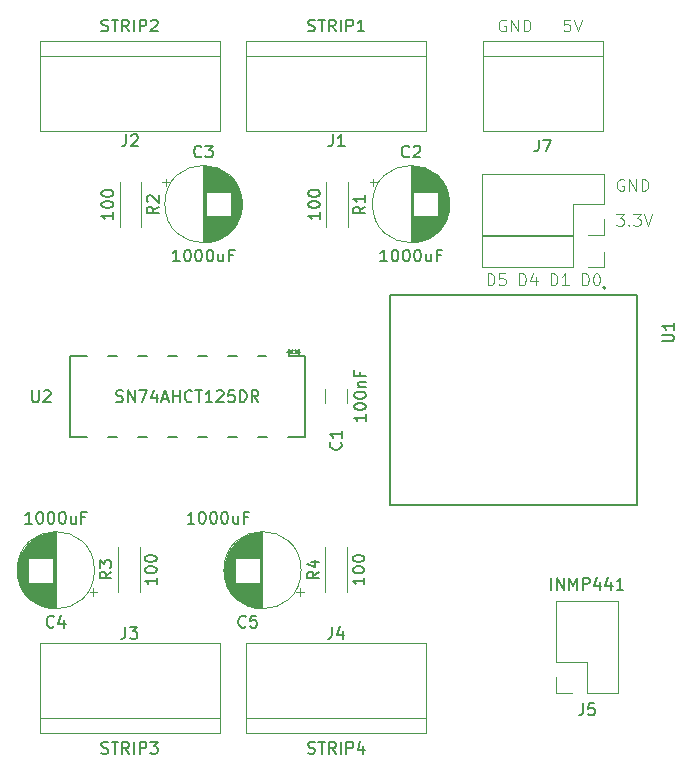
<source format=gbr>
%TF.GenerationSoftware,KiCad,Pcbnew,8.0.2*%
%TF.CreationDate,2024-06-01T13:45:06-03:00*%
%TF.ProjectId,Porthole Controller,506f7274-686f-46c6-9520-436f6e74726f,1*%
%TF.SameCoordinates,Original*%
%TF.FileFunction,Legend,Top*%
%TF.FilePolarity,Positive*%
%FSLAX46Y46*%
G04 Gerber Fmt 4.6, Leading zero omitted, Abs format (unit mm)*
G04 Created by KiCad (PCBNEW 8.0.2) date 2024-06-01 13:45:06*
%MOMM*%
%LPD*%
G01*
G04 APERTURE LIST*
%ADD10C,0.100000*%
%ADD11C,0.150000*%
%ADD12C,0.120000*%
%ADD13C,0.152400*%
%ADD14C,0.127000*%
%ADD15C,0.200000*%
G04 APERTURE END LIST*
D10*
X193708646Y-93327419D02*
X194327693Y-93327419D01*
X194327693Y-93327419D02*
X193994360Y-93708371D01*
X193994360Y-93708371D02*
X194137217Y-93708371D01*
X194137217Y-93708371D02*
X194232455Y-93755990D01*
X194232455Y-93755990D02*
X194280074Y-93803609D01*
X194280074Y-93803609D02*
X194327693Y-93898847D01*
X194327693Y-93898847D02*
X194327693Y-94136942D01*
X194327693Y-94136942D02*
X194280074Y-94232180D01*
X194280074Y-94232180D02*
X194232455Y-94279800D01*
X194232455Y-94279800D02*
X194137217Y-94327419D01*
X194137217Y-94327419D02*
X193851503Y-94327419D01*
X193851503Y-94327419D02*
X193756265Y-94279800D01*
X193756265Y-94279800D02*
X193708646Y-94232180D01*
X194756265Y-94232180D02*
X194803884Y-94279800D01*
X194803884Y-94279800D02*
X194756265Y-94327419D01*
X194756265Y-94327419D02*
X194708646Y-94279800D01*
X194708646Y-94279800D02*
X194756265Y-94232180D01*
X194756265Y-94232180D02*
X194756265Y-94327419D01*
X195137217Y-93327419D02*
X195756264Y-93327419D01*
X195756264Y-93327419D02*
X195422931Y-93708371D01*
X195422931Y-93708371D02*
X195565788Y-93708371D01*
X195565788Y-93708371D02*
X195661026Y-93755990D01*
X195661026Y-93755990D02*
X195708645Y-93803609D01*
X195708645Y-93803609D02*
X195756264Y-93898847D01*
X195756264Y-93898847D02*
X195756264Y-94136942D01*
X195756264Y-94136942D02*
X195708645Y-94232180D01*
X195708645Y-94232180D02*
X195661026Y-94279800D01*
X195661026Y-94279800D02*
X195565788Y-94327419D01*
X195565788Y-94327419D02*
X195280074Y-94327419D01*
X195280074Y-94327419D02*
X195184836Y-94279800D01*
X195184836Y-94279800D02*
X195137217Y-94232180D01*
X196041979Y-93327419D02*
X196375312Y-94327419D01*
X196375312Y-94327419D02*
X196708645Y-93327419D01*
X194327693Y-90420038D02*
X194232455Y-90372419D01*
X194232455Y-90372419D02*
X194089598Y-90372419D01*
X194089598Y-90372419D02*
X193946741Y-90420038D01*
X193946741Y-90420038D02*
X193851503Y-90515276D01*
X193851503Y-90515276D02*
X193803884Y-90610514D01*
X193803884Y-90610514D02*
X193756265Y-90800990D01*
X193756265Y-90800990D02*
X193756265Y-90943847D01*
X193756265Y-90943847D02*
X193803884Y-91134323D01*
X193803884Y-91134323D02*
X193851503Y-91229561D01*
X193851503Y-91229561D02*
X193946741Y-91324800D01*
X193946741Y-91324800D02*
X194089598Y-91372419D01*
X194089598Y-91372419D02*
X194184836Y-91372419D01*
X194184836Y-91372419D02*
X194327693Y-91324800D01*
X194327693Y-91324800D02*
X194375312Y-91277180D01*
X194375312Y-91277180D02*
X194375312Y-90943847D01*
X194375312Y-90943847D02*
X194184836Y-90943847D01*
X194803884Y-91372419D02*
X194803884Y-90372419D01*
X194803884Y-90372419D02*
X195375312Y-91372419D01*
X195375312Y-91372419D02*
X195375312Y-90372419D01*
X195851503Y-91372419D02*
X195851503Y-90372419D01*
X195851503Y-90372419D02*
X196089598Y-90372419D01*
X196089598Y-90372419D02*
X196232455Y-90420038D01*
X196232455Y-90420038D02*
X196327693Y-90515276D01*
X196327693Y-90515276D02*
X196375312Y-90610514D01*
X196375312Y-90610514D02*
X196422931Y-90800990D01*
X196422931Y-90800990D02*
X196422931Y-90943847D01*
X196422931Y-90943847D02*
X196375312Y-91134323D01*
X196375312Y-91134323D02*
X196327693Y-91229561D01*
X196327693Y-91229561D02*
X196232455Y-91324800D01*
X196232455Y-91324800D02*
X196089598Y-91372419D01*
X196089598Y-91372419D02*
X195851503Y-91372419D01*
X190803884Y-99372419D02*
X190803884Y-98372419D01*
X190803884Y-98372419D02*
X191041979Y-98372419D01*
X191041979Y-98372419D02*
X191184836Y-98420038D01*
X191184836Y-98420038D02*
X191280074Y-98515276D01*
X191280074Y-98515276D02*
X191327693Y-98610514D01*
X191327693Y-98610514D02*
X191375312Y-98800990D01*
X191375312Y-98800990D02*
X191375312Y-98943847D01*
X191375312Y-98943847D02*
X191327693Y-99134323D01*
X191327693Y-99134323D02*
X191280074Y-99229561D01*
X191280074Y-99229561D02*
X191184836Y-99324800D01*
X191184836Y-99324800D02*
X191041979Y-99372419D01*
X191041979Y-99372419D02*
X190803884Y-99372419D01*
X191994360Y-98372419D02*
X192089598Y-98372419D01*
X192089598Y-98372419D02*
X192184836Y-98420038D01*
X192184836Y-98420038D02*
X192232455Y-98467657D01*
X192232455Y-98467657D02*
X192280074Y-98562895D01*
X192280074Y-98562895D02*
X192327693Y-98753371D01*
X192327693Y-98753371D02*
X192327693Y-98991466D01*
X192327693Y-98991466D02*
X192280074Y-99181942D01*
X192280074Y-99181942D02*
X192232455Y-99277180D01*
X192232455Y-99277180D02*
X192184836Y-99324800D01*
X192184836Y-99324800D02*
X192089598Y-99372419D01*
X192089598Y-99372419D02*
X191994360Y-99372419D01*
X191994360Y-99372419D02*
X191899122Y-99324800D01*
X191899122Y-99324800D02*
X191851503Y-99277180D01*
X191851503Y-99277180D02*
X191803884Y-99181942D01*
X191803884Y-99181942D02*
X191756265Y-98991466D01*
X191756265Y-98991466D02*
X191756265Y-98753371D01*
X191756265Y-98753371D02*
X191803884Y-98562895D01*
X191803884Y-98562895D02*
X191851503Y-98467657D01*
X191851503Y-98467657D02*
X191899122Y-98420038D01*
X191899122Y-98420038D02*
X191994360Y-98372419D01*
X184327693Y-76920038D02*
X184232455Y-76872419D01*
X184232455Y-76872419D02*
X184089598Y-76872419D01*
X184089598Y-76872419D02*
X183946741Y-76920038D01*
X183946741Y-76920038D02*
X183851503Y-77015276D01*
X183851503Y-77015276D02*
X183803884Y-77110514D01*
X183803884Y-77110514D02*
X183756265Y-77300990D01*
X183756265Y-77300990D02*
X183756265Y-77443847D01*
X183756265Y-77443847D02*
X183803884Y-77634323D01*
X183803884Y-77634323D02*
X183851503Y-77729561D01*
X183851503Y-77729561D02*
X183946741Y-77824800D01*
X183946741Y-77824800D02*
X184089598Y-77872419D01*
X184089598Y-77872419D02*
X184184836Y-77872419D01*
X184184836Y-77872419D02*
X184327693Y-77824800D01*
X184327693Y-77824800D02*
X184375312Y-77777180D01*
X184375312Y-77777180D02*
X184375312Y-77443847D01*
X184375312Y-77443847D02*
X184184836Y-77443847D01*
X184803884Y-77872419D02*
X184803884Y-76872419D01*
X184803884Y-76872419D02*
X185375312Y-77872419D01*
X185375312Y-77872419D02*
X185375312Y-76872419D01*
X185851503Y-77872419D02*
X185851503Y-76872419D01*
X185851503Y-76872419D02*
X186089598Y-76872419D01*
X186089598Y-76872419D02*
X186232455Y-76920038D01*
X186232455Y-76920038D02*
X186327693Y-77015276D01*
X186327693Y-77015276D02*
X186375312Y-77110514D01*
X186375312Y-77110514D02*
X186422931Y-77300990D01*
X186422931Y-77300990D02*
X186422931Y-77443847D01*
X186422931Y-77443847D02*
X186375312Y-77634323D01*
X186375312Y-77634323D02*
X186327693Y-77729561D01*
X186327693Y-77729561D02*
X186232455Y-77824800D01*
X186232455Y-77824800D02*
X186089598Y-77872419D01*
X186089598Y-77872419D02*
X185851503Y-77872419D01*
X185470550Y-99372419D02*
X185470550Y-98372419D01*
X185470550Y-98372419D02*
X185708645Y-98372419D01*
X185708645Y-98372419D02*
X185851502Y-98420038D01*
X185851502Y-98420038D02*
X185946740Y-98515276D01*
X185946740Y-98515276D02*
X185994359Y-98610514D01*
X185994359Y-98610514D02*
X186041978Y-98800990D01*
X186041978Y-98800990D02*
X186041978Y-98943847D01*
X186041978Y-98943847D02*
X185994359Y-99134323D01*
X185994359Y-99134323D02*
X185946740Y-99229561D01*
X185946740Y-99229561D02*
X185851502Y-99324800D01*
X185851502Y-99324800D02*
X185708645Y-99372419D01*
X185708645Y-99372419D02*
X185470550Y-99372419D01*
X186899121Y-98705752D02*
X186899121Y-99372419D01*
X186661026Y-98324800D02*
X186422931Y-99039085D01*
X186422931Y-99039085D02*
X187041978Y-99039085D01*
X188137216Y-99372419D02*
X188137216Y-98372419D01*
X188137216Y-98372419D02*
X188375311Y-98372419D01*
X188375311Y-98372419D02*
X188518168Y-98420038D01*
X188518168Y-98420038D02*
X188613406Y-98515276D01*
X188613406Y-98515276D02*
X188661025Y-98610514D01*
X188661025Y-98610514D02*
X188708644Y-98800990D01*
X188708644Y-98800990D02*
X188708644Y-98943847D01*
X188708644Y-98943847D02*
X188661025Y-99134323D01*
X188661025Y-99134323D02*
X188613406Y-99229561D01*
X188613406Y-99229561D02*
X188518168Y-99324800D01*
X188518168Y-99324800D02*
X188375311Y-99372419D01*
X188375311Y-99372419D02*
X188137216Y-99372419D01*
X189661025Y-99372419D02*
X189089597Y-99372419D01*
X189375311Y-99372419D02*
X189375311Y-98372419D01*
X189375311Y-98372419D02*
X189280073Y-98515276D01*
X189280073Y-98515276D02*
X189184835Y-98610514D01*
X189184835Y-98610514D02*
X189089597Y-98658133D01*
X182803884Y-99372419D02*
X182803884Y-98372419D01*
X182803884Y-98372419D02*
X183041979Y-98372419D01*
X183041979Y-98372419D02*
X183184836Y-98420038D01*
X183184836Y-98420038D02*
X183280074Y-98515276D01*
X183280074Y-98515276D02*
X183327693Y-98610514D01*
X183327693Y-98610514D02*
X183375312Y-98800990D01*
X183375312Y-98800990D02*
X183375312Y-98943847D01*
X183375312Y-98943847D02*
X183327693Y-99134323D01*
X183327693Y-99134323D02*
X183280074Y-99229561D01*
X183280074Y-99229561D02*
X183184836Y-99324800D01*
X183184836Y-99324800D02*
X183041979Y-99372419D01*
X183041979Y-99372419D02*
X182803884Y-99372419D01*
X184280074Y-98372419D02*
X183803884Y-98372419D01*
X183803884Y-98372419D02*
X183756265Y-98848609D01*
X183756265Y-98848609D02*
X183803884Y-98800990D01*
X183803884Y-98800990D02*
X183899122Y-98753371D01*
X183899122Y-98753371D02*
X184137217Y-98753371D01*
X184137217Y-98753371D02*
X184232455Y-98800990D01*
X184232455Y-98800990D02*
X184280074Y-98848609D01*
X184280074Y-98848609D02*
X184327693Y-98943847D01*
X184327693Y-98943847D02*
X184327693Y-99181942D01*
X184327693Y-99181942D02*
X184280074Y-99277180D01*
X184280074Y-99277180D02*
X184232455Y-99324800D01*
X184232455Y-99324800D02*
X184137217Y-99372419D01*
X184137217Y-99372419D02*
X183899122Y-99372419D01*
X183899122Y-99372419D02*
X183803884Y-99324800D01*
X183803884Y-99324800D02*
X183756265Y-99277180D01*
X189780074Y-76872419D02*
X189303884Y-76872419D01*
X189303884Y-76872419D02*
X189256265Y-77348609D01*
X189256265Y-77348609D02*
X189303884Y-77300990D01*
X189303884Y-77300990D02*
X189399122Y-77253371D01*
X189399122Y-77253371D02*
X189637217Y-77253371D01*
X189637217Y-77253371D02*
X189732455Y-77300990D01*
X189732455Y-77300990D02*
X189780074Y-77348609D01*
X189780074Y-77348609D02*
X189827693Y-77443847D01*
X189827693Y-77443847D02*
X189827693Y-77681942D01*
X189827693Y-77681942D02*
X189780074Y-77777180D01*
X189780074Y-77777180D02*
X189732455Y-77824800D01*
X189732455Y-77824800D02*
X189637217Y-77872419D01*
X189637217Y-77872419D02*
X189399122Y-77872419D01*
X189399122Y-77872419D02*
X189303884Y-77824800D01*
X189303884Y-77824800D02*
X189256265Y-77777180D01*
X190113408Y-76872419D02*
X190446741Y-77872419D01*
X190446741Y-77872419D02*
X190780074Y-76872419D01*
D11*
X169636666Y-128304819D02*
X169636666Y-129019104D01*
X169636666Y-129019104D02*
X169589047Y-129161961D01*
X169589047Y-129161961D02*
X169493809Y-129257200D01*
X169493809Y-129257200D02*
X169350952Y-129304819D01*
X169350952Y-129304819D02*
X169255714Y-129304819D01*
X170541428Y-128638152D02*
X170541428Y-129304819D01*
X170303333Y-128257200D02*
X170065238Y-128971485D01*
X170065238Y-128971485D02*
X170684285Y-128971485D01*
X167619048Y-138987200D02*
X167761905Y-139034819D01*
X167761905Y-139034819D02*
X168000000Y-139034819D01*
X168000000Y-139034819D02*
X168095238Y-138987200D01*
X168095238Y-138987200D02*
X168142857Y-138939580D01*
X168142857Y-138939580D02*
X168190476Y-138844342D01*
X168190476Y-138844342D02*
X168190476Y-138749104D01*
X168190476Y-138749104D02*
X168142857Y-138653866D01*
X168142857Y-138653866D02*
X168095238Y-138606247D01*
X168095238Y-138606247D02*
X168000000Y-138558628D01*
X168000000Y-138558628D02*
X167809524Y-138511009D01*
X167809524Y-138511009D02*
X167714286Y-138463390D01*
X167714286Y-138463390D02*
X167666667Y-138415771D01*
X167666667Y-138415771D02*
X167619048Y-138320533D01*
X167619048Y-138320533D02*
X167619048Y-138225295D01*
X167619048Y-138225295D02*
X167666667Y-138130057D01*
X167666667Y-138130057D02*
X167714286Y-138082438D01*
X167714286Y-138082438D02*
X167809524Y-138034819D01*
X167809524Y-138034819D02*
X168047619Y-138034819D01*
X168047619Y-138034819D02*
X168190476Y-138082438D01*
X168476191Y-138034819D02*
X169047619Y-138034819D01*
X168761905Y-139034819D02*
X168761905Y-138034819D01*
X169952381Y-139034819D02*
X169619048Y-138558628D01*
X169380953Y-139034819D02*
X169380953Y-138034819D01*
X169380953Y-138034819D02*
X169761905Y-138034819D01*
X169761905Y-138034819D02*
X169857143Y-138082438D01*
X169857143Y-138082438D02*
X169904762Y-138130057D01*
X169904762Y-138130057D02*
X169952381Y-138225295D01*
X169952381Y-138225295D02*
X169952381Y-138368152D01*
X169952381Y-138368152D02*
X169904762Y-138463390D01*
X169904762Y-138463390D02*
X169857143Y-138511009D01*
X169857143Y-138511009D02*
X169761905Y-138558628D01*
X169761905Y-138558628D02*
X169380953Y-138558628D01*
X170380953Y-139034819D02*
X170380953Y-138034819D01*
X170857143Y-139034819D02*
X170857143Y-138034819D01*
X170857143Y-138034819D02*
X171238095Y-138034819D01*
X171238095Y-138034819D02*
X171333333Y-138082438D01*
X171333333Y-138082438D02*
X171380952Y-138130057D01*
X171380952Y-138130057D02*
X171428571Y-138225295D01*
X171428571Y-138225295D02*
X171428571Y-138368152D01*
X171428571Y-138368152D02*
X171380952Y-138463390D01*
X171380952Y-138463390D02*
X171333333Y-138511009D01*
X171333333Y-138511009D02*
X171238095Y-138558628D01*
X171238095Y-138558628D02*
X170857143Y-138558628D01*
X172285714Y-138368152D02*
X172285714Y-139034819D01*
X172047619Y-137987200D02*
X171809524Y-138701485D01*
X171809524Y-138701485D02*
X172428571Y-138701485D01*
X176163333Y-88459580D02*
X176115714Y-88507200D01*
X176115714Y-88507200D02*
X175972857Y-88554819D01*
X175972857Y-88554819D02*
X175877619Y-88554819D01*
X175877619Y-88554819D02*
X175734762Y-88507200D01*
X175734762Y-88507200D02*
X175639524Y-88411961D01*
X175639524Y-88411961D02*
X175591905Y-88316723D01*
X175591905Y-88316723D02*
X175544286Y-88126247D01*
X175544286Y-88126247D02*
X175544286Y-87983390D01*
X175544286Y-87983390D02*
X175591905Y-87792914D01*
X175591905Y-87792914D02*
X175639524Y-87697676D01*
X175639524Y-87697676D02*
X175734762Y-87602438D01*
X175734762Y-87602438D02*
X175877619Y-87554819D01*
X175877619Y-87554819D02*
X175972857Y-87554819D01*
X175972857Y-87554819D02*
X176115714Y-87602438D01*
X176115714Y-87602438D02*
X176163333Y-87650057D01*
X176544286Y-87650057D02*
X176591905Y-87602438D01*
X176591905Y-87602438D02*
X176687143Y-87554819D01*
X176687143Y-87554819D02*
X176925238Y-87554819D01*
X176925238Y-87554819D02*
X177020476Y-87602438D01*
X177020476Y-87602438D02*
X177068095Y-87650057D01*
X177068095Y-87650057D02*
X177115714Y-87745295D01*
X177115714Y-87745295D02*
X177115714Y-87840533D01*
X177115714Y-87840533D02*
X177068095Y-87983390D01*
X177068095Y-87983390D02*
X176496667Y-88554819D01*
X176496667Y-88554819D02*
X177115714Y-88554819D01*
X174306190Y-97354819D02*
X173734762Y-97354819D01*
X174020476Y-97354819D02*
X174020476Y-96354819D01*
X174020476Y-96354819D02*
X173925238Y-96497676D01*
X173925238Y-96497676D02*
X173830000Y-96592914D01*
X173830000Y-96592914D02*
X173734762Y-96640533D01*
X174925238Y-96354819D02*
X175020476Y-96354819D01*
X175020476Y-96354819D02*
X175115714Y-96402438D01*
X175115714Y-96402438D02*
X175163333Y-96450057D01*
X175163333Y-96450057D02*
X175210952Y-96545295D01*
X175210952Y-96545295D02*
X175258571Y-96735771D01*
X175258571Y-96735771D02*
X175258571Y-96973866D01*
X175258571Y-96973866D02*
X175210952Y-97164342D01*
X175210952Y-97164342D02*
X175163333Y-97259580D01*
X175163333Y-97259580D02*
X175115714Y-97307200D01*
X175115714Y-97307200D02*
X175020476Y-97354819D01*
X175020476Y-97354819D02*
X174925238Y-97354819D01*
X174925238Y-97354819D02*
X174830000Y-97307200D01*
X174830000Y-97307200D02*
X174782381Y-97259580D01*
X174782381Y-97259580D02*
X174734762Y-97164342D01*
X174734762Y-97164342D02*
X174687143Y-96973866D01*
X174687143Y-96973866D02*
X174687143Y-96735771D01*
X174687143Y-96735771D02*
X174734762Y-96545295D01*
X174734762Y-96545295D02*
X174782381Y-96450057D01*
X174782381Y-96450057D02*
X174830000Y-96402438D01*
X174830000Y-96402438D02*
X174925238Y-96354819D01*
X175877619Y-96354819D02*
X175972857Y-96354819D01*
X175972857Y-96354819D02*
X176068095Y-96402438D01*
X176068095Y-96402438D02*
X176115714Y-96450057D01*
X176115714Y-96450057D02*
X176163333Y-96545295D01*
X176163333Y-96545295D02*
X176210952Y-96735771D01*
X176210952Y-96735771D02*
X176210952Y-96973866D01*
X176210952Y-96973866D02*
X176163333Y-97164342D01*
X176163333Y-97164342D02*
X176115714Y-97259580D01*
X176115714Y-97259580D02*
X176068095Y-97307200D01*
X176068095Y-97307200D02*
X175972857Y-97354819D01*
X175972857Y-97354819D02*
X175877619Y-97354819D01*
X175877619Y-97354819D02*
X175782381Y-97307200D01*
X175782381Y-97307200D02*
X175734762Y-97259580D01*
X175734762Y-97259580D02*
X175687143Y-97164342D01*
X175687143Y-97164342D02*
X175639524Y-96973866D01*
X175639524Y-96973866D02*
X175639524Y-96735771D01*
X175639524Y-96735771D02*
X175687143Y-96545295D01*
X175687143Y-96545295D02*
X175734762Y-96450057D01*
X175734762Y-96450057D02*
X175782381Y-96402438D01*
X175782381Y-96402438D02*
X175877619Y-96354819D01*
X176830000Y-96354819D02*
X176925238Y-96354819D01*
X176925238Y-96354819D02*
X177020476Y-96402438D01*
X177020476Y-96402438D02*
X177068095Y-96450057D01*
X177068095Y-96450057D02*
X177115714Y-96545295D01*
X177115714Y-96545295D02*
X177163333Y-96735771D01*
X177163333Y-96735771D02*
X177163333Y-96973866D01*
X177163333Y-96973866D02*
X177115714Y-97164342D01*
X177115714Y-97164342D02*
X177068095Y-97259580D01*
X177068095Y-97259580D02*
X177020476Y-97307200D01*
X177020476Y-97307200D02*
X176925238Y-97354819D01*
X176925238Y-97354819D02*
X176830000Y-97354819D01*
X176830000Y-97354819D02*
X176734762Y-97307200D01*
X176734762Y-97307200D02*
X176687143Y-97259580D01*
X176687143Y-97259580D02*
X176639524Y-97164342D01*
X176639524Y-97164342D02*
X176591905Y-96973866D01*
X176591905Y-96973866D02*
X176591905Y-96735771D01*
X176591905Y-96735771D02*
X176639524Y-96545295D01*
X176639524Y-96545295D02*
X176687143Y-96450057D01*
X176687143Y-96450057D02*
X176734762Y-96402438D01*
X176734762Y-96402438D02*
X176830000Y-96354819D01*
X178020476Y-96688152D02*
X178020476Y-97354819D01*
X177591905Y-96688152D02*
X177591905Y-97211961D01*
X177591905Y-97211961D02*
X177639524Y-97307200D01*
X177639524Y-97307200D02*
X177734762Y-97354819D01*
X177734762Y-97354819D02*
X177877619Y-97354819D01*
X177877619Y-97354819D02*
X177972857Y-97307200D01*
X177972857Y-97307200D02*
X178020476Y-97259580D01*
X178830000Y-96831009D02*
X178496667Y-96831009D01*
X178496667Y-97354819D02*
X178496667Y-96354819D01*
X178496667Y-96354819D02*
X178972857Y-96354819D01*
X169696666Y-86604819D02*
X169696666Y-87319104D01*
X169696666Y-87319104D02*
X169649047Y-87461961D01*
X169649047Y-87461961D02*
X169553809Y-87557200D01*
X169553809Y-87557200D02*
X169410952Y-87604819D01*
X169410952Y-87604819D02*
X169315714Y-87604819D01*
X170696666Y-87604819D02*
X170125238Y-87604819D01*
X170410952Y-87604819D02*
X170410952Y-86604819D01*
X170410952Y-86604819D02*
X170315714Y-86747676D01*
X170315714Y-86747676D02*
X170220476Y-86842914D01*
X170220476Y-86842914D02*
X170125238Y-86890533D01*
X167619048Y-77827200D02*
X167761905Y-77874819D01*
X167761905Y-77874819D02*
X168000000Y-77874819D01*
X168000000Y-77874819D02*
X168095238Y-77827200D01*
X168095238Y-77827200D02*
X168142857Y-77779580D01*
X168142857Y-77779580D02*
X168190476Y-77684342D01*
X168190476Y-77684342D02*
X168190476Y-77589104D01*
X168190476Y-77589104D02*
X168142857Y-77493866D01*
X168142857Y-77493866D02*
X168095238Y-77446247D01*
X168095238Y-77446247D02*
X168000000Y-77398628D01*
X168000000Y-77398628D02*
X167809524Y-77351009D01*
X167809524Y-77351009D02*
X167714286Y-77303390D01*
X167714286Y-77303390D02*
X167666667Y-77255771D01*
X167666667Y-77255771D02*
X167619048Y-77160533D01*
X167619048Y-77160533D02*
X167619048Y-77065295D01*
X167619048Y-77065295D02*
X167666667Y-76970057D01*
X167666667Y-76970057D02*
X167714286Y-76922438D01*
X167714286Y-76922438D02*
X167809524Y-76874819D01*
X167809524Y-76874819D02*
X168047619Y-76874819D01*
X168047619Y-76874819D02*
X168190476Y-76922438D01*
X168476191Y-76874819D02*
X169047619Y-76874819D01*
X168761905Y-77874819D02*
X168761905Y-76874819D01*
X169952381Y-77874819D02*
X169619048Y-77398628D01*
X169380953Y-77874819D02*
X169380953Y-76874819D01*
X169380953Y-76874819D02*
X169761905Y-76874819D01*
X169761905Y-76874819D02*
X169857143Y-76922438D01*
X169857143Y-76922438D02*
X169904762Y-76970057D01*
X169904762Y-76970057D02*
X169952381Y-77065295D01*
X169952381Y-77065295D02*
X169952381Y-77208152D01*
X169952381Y-77208152D02*
X169904762Y-77303390D01*
X169904762Y-77303390D02*
X169857143Y-77351009D01*
X169857143Y-77351009D02*
X169761905Y-77398628D01*
X169761905Y-77398628D02*
X169380953Y-77398628D01*
X170380953Y-77874819D02*
X170380953Y-76874819D01*
X170857143Y-77874819D02*
X170857143Y-76874819D01*
X170857143Y-76874819D02*
X171238095Y-76874819D01*
X171238095Y-76874819D02*
X171333333Y-76922438D01*
X171333333Y-76922438D02*
X171380952Y-76970057D01*
X171380952Y-76970057D02*
X171428571Y-77065295D01*
X171428571Y-77065295D02*
X171428571Y-77208152D01*
X171428571Y-77208152D02*
X171380952Y-77303390D01*
X171380952Y-77303390D02*
X171333333Y-77351009D01*
X171333333Y-77351009D02*
X171238095Y-77398628D01*
X171238095Y-77398628D02*
X170857143Y-77398628D01*
X172380952Y-77874819D02*
X171809524Y-77874819D01*
X172095238Y-77874819D02*
X172095238Y-76874819D01*
X172095238Y-76874819D02*
X172000000Y-77017676D01*
X172000000Y-77017676D02*
X171904762Y-77112914D01*
X171904762Y-77112914D02*
X171809524Y-77160533D01*
X152136666Y-128304819D02*
X152136666Y-129019104D01*
X152136666Y-129019104D02*
X152089047Y-129161961D01*
X152089047Y-129161961D02*
X151993809Y-129257200D01*
X151993809Y-129257200D02*
X151850952Y-129304819D01*
X151850952Y-129304819D02*
X151755714Y-129304819D01*
X152517619Y-128304819D02*
X153136666Y-128304819D01*
X153136666Y-128304819D02*
X152803333Y-128685771D01*
X152803333Y-128685771D02*
X152946190Y-128685771D01*
X152946190Y-128685771D02*
X153041428Y-128733390D01*
X153041428Y-128733390D02*
X153089047Y-128781009D01*
X153089047Y-128781009D02*
X153136666Y-128876247D01*
X153136666Y-128876247D02*
X153136666Y-129114342D01*
X153136666Y-129114342D02*
X153089047Y-129209580D01*
X153089047Y-129209580D02*
X153041428Y-129257200D01*
X153041428Y-129257200D02*
X152946190Y-129304819D01*
X152946190Y-129304819D02*
X152660476Y-129304819D01*
X152660476Y-129304819D02*
X152565238Y-129257200D01*
X152565238Y-129257200D02*
X152517619Y-129209580D01*
X150119048Y-138987200D02*
X150261905Y-139034819D01*
X150261905Y-139034819D02*
X150500000Y-139034819D01*
X150500000Y-139034819D02*
X150595238Y-138987200D01*
X150595238Y-138987200D02*
X150642857Y-138939580D01*
X150642857Y-138939580D02*
X150690476Y-138844342D01*
X150690476Y-138844342D02*
X150690476Y-138749104D01*
X150690476Y-138749104D02*
X150642857Y-138653866D01*
X150642857Y-138653866D02*
X150595238Y-138606247D01*
X150595238Y-138606247D02*
X150500000Y-138558628D01*
X150500000Y-138558628D02*
X150309524Y-138511009D01*
X150309524Y-138511009D02*
X150214286Y-138463390D01*
X150214286Y-138463390D02*
X150166667Y-138415771D01*
X150166667Y-138415771D02*
X150119048Y-138320533D01*
X150119048Y-138320533D02*
X150119048Y-138225295D01*
X150119048Y-138225295D02*
X150166667Y-138130057D01*
X150166667Y-138130057D02*
X150214286Y-138082438D01*
X150214286Y-138082438D02*
X150309524Y-138034819D01*
X150309524Y-138034819D02*
X150547619Y-138034819D01*
X150547619Y-138034819D02*
X150690476Y-138082438D01*
X150976191Y-138034819D02*
X151547619Y-138034819D01*
X151261905Y-139034819D02*
X151261905Y-138034819D01*
X152452381Y-139034819D02*
X152119048Y-138558628D01*
X151880953Y-139034819D02*
X151880953Y-138034819D01*
X151880953Y-138034819D02*
X152261905Y-138034819D01*
X152261905Y-138034819D02*
X152357143Y-138082438D01*
X152357143Y-138082438D02*
X152404762Y-138130057D01*
X152404762Y-138130057D02*
X152452381Y-138225295D01*
X152452381Y-138225295D02*
X152452381Y-138368152D01*
X152452381Y-138368152D02*
X152404762Y-138463390D01*
X152404762Y-138463390D02*
X152357143Y-138511009D01*
X152357143Y-138511009D02*
X152261905Y-138558628D01*
X152261905Y-138558628D02*
X151880953Y-138558628D01*
X152880953Y-139034819D02*
X152880953Y-138034819D01*
X153357143Y-139034819D02*
X153357143Y-138034819D01*
X153357143Y-138034819D02*
X153738095Y-138034819D01*
X153738095Y-138034819D02*
X153833333Y-138082438D01*
X153833333Y-138082438D02*
X153880952Y-138130057D01*
X153880952Y-138130057D02*
X153928571Y-138225295D01*
X153928571Y-138225295D02*
X153928571Y-138368152D01*
X153928571Y-138368152D02*
X153880952Y-138463390D01*
X153880952Y-138463390D02*
X153833333Y-138511009D01*
X153833333Y-138511009D02*
X153738095Y-138558628D01*
X153738095Y-138558628D02*
X153357143Y-138558628D01*
X154261905Y-138034819D02*
X154880952Y-138034819D01*
X154880952Y-138034819D02*
X154547619Y-138415771D01*
X154547619Y-138415771D02*
X154690476Y-138415771D01*
X154690476Y-138415771D02*
X154785714Y-138463390D01*
X154785714Y-138463390D02*
X154833333Y-138511009D01*
X154833333Y-138511009D02*
X154880952Y-138606247D01*
X154880952Y-138606247D02*
X154880952Y-138844342D01*
X154880952Y-138844342D02*
X154833333Y-138939580D01*
X154833333Y-138939580D02*
X154785714Y-138987200D01*
X154785714Y-138987200D02*
X154690476Y-139034819D01*
X154690476Y-139034819D02*
X154404762Y-139034819D01*
X154404762Y-139034819D02*
X154309524Y-138987200D01*
X154309524Y-138987200D02*
X154261905Y-138939580D01*
X158583333Y-88459580D02*
X158535714Y-88507200D01*
X158535714Y-88507200D02*
X158392857Y-88554819D01*
X158392857Y-88554819D02*
X158297619Y-88554819D01*
X158297619Y-88554819D02*
X158154762Y-88507200D01*
X158154762Y-88507200D02*
X158059524Y-88411961D01*
X158059524Y-88411961D02*
X158011905Y-88316723D01*
X158011905Y-88316723D02*
X157964286Y-88126247D01*
X157964286Y-88126247D02*
X157964286Y-87983390D01*
X157964286Y-87983390D02*
X158011905Y-87792914D01*
X158011905Y-87792914D02*
X158059524Y-87697676D01*
X158059524Y-87697676D02*
X158154762Y-87602438D01*
X158154762Y-87602438D02*
X158297619Y-87554819D01*
X158297619Y-87554819D02*
X158392857Y-87554819D01*
X158392857Y-87554819D02*
X158535714Y-87602438D01*
X158535714Y-87602438D02*
X158583333Y-87650057D01*
X158916667Y-87554819D02*
X159535714Y-87554819D01*
X159535714Y-87554819D02*
X159202381Y-87935771D01*
X159202381Y-87935771D02*
X159345238Y-87935771D01*
X159345238Y-87935771D02*
X159440476Y-87983390D01*
X159440476Y-87983390D02*
X159488095Y-88031009D01*
X159488095Y-88031009D02*
X159535714Y-88126247D01*
X159535714Y-88126247D02*
X159535714Y-88364342D01*
X159535714Y-88364342D02*
X159488095Y-88459580D01*
X159488095Y-88459580D02*
X159440476Y-88507200D01*
X159440476Y-88507200D02*
X159345238Y-88554819D01*
X159345238Y-88554819D02*
X159059524Y-88554819D01*
X159059524Y-88554819D02*
X158964286Y-88507200D01*
X158964286Y-88507200D02*
X158916667Y-88459580D01*
X156726190Y-97354819D02*
X156154762Y-97354819D01*
X156440476Y-97354819D02*
X156440476Y-96354819D01*
X156440476Y-96354819D02*
X156345238Y-96497676D01*
X156345238Y-96497676D02*
X156250000Y-96592914D01*
X156250000Y-96592914D02*
X156154762Y-96640533D01*
X157345238Y-96354819D02*
X157440476Y-96354819D01*
X157440476Y-96354819D02*
X157535714Y-96402438D01*
X157535714Y-96402438D02*
X157583333Y-96450057D01*
X157583333Y-96450057D02*
X157630952Y-96545295D01*
X157630952Y-96545295D02*
X157678571Y-96735771D01*
X157678571Y-96735771D02*
X157678571Y-96973866D01*
X157678571Y-96973866D02*
X157630952Y-97164342D01*
X157630952Y-97164342D02*
X157583333Y-97259580D01*
X157583333Y-97259580D02*
X157535714Y-97307200D01*
X157535714Y-97307200D02*
X157440476Y-97354819D01*
X157440476Y-97354819D02*
X157345238Y-97354819D01*
X157345238Y-97354819D02*
X157250000Y-97307200D01*
X157250000Y-97307200D02*
X157202381Y-97259580D01*
X157202381Y-97259580D02*
X157154762Y-97164342D01*
X157154762Y-97164342D02*
X157107143Y-96973866D01*
X157107143Y-96973866D02*
X157107143Y-96735771D01*
X157107143Y-96735771D02*
X157154762Y-96545295D01*
X157154762Y-96545295D02*
X157202381Y-96450057D01*
X157202381Y-96450057D02*
X157250000Y-96402438D01*
X157250000Y-96402438D02*
X157345238Y-96354819D01*
X158297619Y-96354819D02*
X158392857Y-96354819D01*
X158392857Y-96354819D02*
X158488095Y-96402438D01*
X158488095Y-96402438D02*
X158535714Y-96450057D01*
X158535714Y-96450057D02*
X158583333Y-96545295D01*
X158583333Y-96545295D02*
X158630952Y-96735771D01*
X158630952Y-96735771D02*
X158630952Y-96973866D01*
X158630952Y-96973866D02*
X158583333Y-97164342D01*
X158583333Y-97164342D02*
X158535714Y-97259580D01*
X158535714Y-97259580D02*
X158488095Y-97307200D01*
X158488095Y-97307200D02*
X158392857Y-97354819D01*
X158392857Y-97354819D02*
X158297619Y-97354819D01*
X158297619Y-97354819D02*
X158202381Y-97307200D01*
X158202381Y-97307200D02*
X158154762Y-97259580D01*
X158154762Y-97259580D02*
X158107143Y-97164342D01*
X158107143Y-97164342D02*
X158059524Y-96973866D01*
X158059524Y-96973866D02*
X158059524Y-96735771D01*
X158059524Y-96735771D02*
X158107143Y-96545295D01*
X158107143Y-96545295D02*
X158154762Y-96450057D01*
X158154762Y-96450057D02*
X158202381Y-96402438D01*
X158202381Y-96402438D02*
X158297619Y-96354819D01*
X159250000Y-96354819D02*
X159345238Y-96354819D01*
X159345238Y-96354819D02*
X159440476Y-96402438D01*
X159440476Y-96402438D02*
X159488095Y-96450057D01*
X159488095Y-96450057D02*
X159535714Y-96545295D01*
X159535714Y-96545295D02*
X159583333Y-96735771D01*
X159583333Y-96735771D02*
X159583333Y-96973866D01*
X159583333Y-96973866D02*
X159535714Y-97164342D01*
X159535714Y-97164342D02*
X159488095Y-97259580D01*
X159488095Y-97259580D02*
X159440476Y-97307200D01*
X159440476Y-97307200D02*
X159345238Y-97354819D01*
X159345238Y-97354819D02*
X159250000Y-97354819D01*
X159250000Y-97354819D02*
X159154762Y-97307200D01*
X159154762Y-97307200D02*
X159107143Y-97259580D01*
X159107143Y-97259580D02*
X159059524Y-97164342D01*
X159059524Y-97164342D02*
X159011905Y-96973866D01*
X159011905Y-96973866D02*
X159011905Y-96735771D01*
X159011905Y-96735771D02*
X159059524Y-96545295D01*
X159059524Y-96545295D02*
X159107143Y-96450057D01*
X159107143Y-96450057D02*
X159154762Y-96402438D01*
X159154762Y-96402438D02*
X159250000Y-96354819D01*
X160440476Y-96688152D02*
X160440476Y-97354819D01*
X160011905Y-96688152D02*
X160011905Y-97211961D01*
X160011905Y-97211961D02*
X160059524Y-97307200D01*
X160059524Y-97307200D02*
X160154762Y-97354819D01*
X160154762Y-97354819D02*
X160297619Y-97354819D01*
X160297619Y-97354819D02*
X160392857Y-97307200D01*
X160392857Y-97307200D02*
X160440476Y-97259580D01*
X161250000Y-96831009D02*
X160916667Y-96831009D01*
X160916667Y-97354819D02*
X160916667Y-96354819D01*
X160916667Y-96354819D02*
X161392857Y-96354819D01*
X162333333Y-128259580D02*
X162285714Y-128307200D01*
X162285714Y-128307200D02*
X162142857Y-128354819D01*
X162142857Y-128354819D02*
X162047619Y-128354819D01*
X162047619Y-128354819D02*
X161904762Y-128307200D01*
X161904762Y-128307200D02*
X161809524Y-128211961D01*
X161809524Y-128211961D02*
X161761905Y-128116723D01*
X161761905Y-128116723D02*
X161714286Y-127926247D01*
X161714286Y-127926247D02*
X161714286Y-127783390D01*
X161714286Y-127783390D02*
X161761905Y-127592914D01*
X161761905Y-127592914D02*
X161809524Y-127497676D01*
X161809524Y-127497676D02*
X161904762Y-127402438D01*
X161904762Y-127402438D02*
X162047619Y-127354819D01*
X162047619Y-127354819D02*
X162142857Y-127354819D01*
X162142857Y-127354819D02*
X162285714Y-127402438D01*
X162285714Y-127402438D02*
X162333333Y-127450057D01*
X163238095Y-127354819D02*
X162761905Y-127354819D01*
X162761905Y-127354819D02*
X162714286Y-127831009D01*
X162714286Y-127831009D02*
X162761905Y-127783390D01*
X162761905Y-127783390D02*
X162857143Y-127735771D01*
X162857143Y-127735771D02*
X163095238Y-127735771D01*
X163095238Y-127735771D02*
X163190476Y-127783390D01*
X163190476Y-127783390D02*
X163238095Y-127831009D01*
X163238095Y-127831009D02*
X163285714Y-127926247D01*
X163285714Y-127926247D02*
X163285714Y-128164342D01*
X163285714Y-128164342D02*
X163238095Y-128259580D01*
X163238095Y-128259580D02*
X163190476Y-128307200D01*
X163190476Y-128307200D02*
X163095238Y-128354819D01*
X163095238Y-128354819D02*
X162857143Y-128354819D01*
X162857143Y-128354819D02*
X162761905Y-128307200D01*
X162761905Y-128307200D02*
X162714286Y-128259580D01*
X157976190Y-119554819D02*
X157404762Y-119554819D01*
X157690476Y-119554819D02*
X157690476Y-118554819D01*
X157690476Y-118554819D02*
X157595238Y-118697676D01*
X157595238Y-118697676D02*
X157500000Y-118792914D01*
X157500000Y-118792914D02*
X157404762Y-118840533D01*
X158595238Y-118554819D02*
X158690476Y-118554819D01*
X158690476Y-118554819D02*
X158785714Y-118602438D01*
X158785714Y-118602438D02*
X158833333Y-118650057D01*
X158833333Y-118650057D02*
X158880952Y-118745295D01*
X158880952Y-118745295D02*
X158928571Y-118935771D01*
X158928571Y-118935771D02*
X158928571Y-119173866D01*
X158928571Y-119173866D02*
X158880952Y-119364342D01*
X158880952Y-119364342D02*
X158833333Y-119459580D01*
X158833333Y-119459580D02*
X158785714Y-119507200D01*
X158785714Y-119507200D02*
X158690476Y-119554819D01*
X158690476Y-119554819D02*
X158595238Y-119554819D01*
X158595238Y-119554819D02*
X158500000Y-119507200D01*
X158500000Y-119507200D02*
X158452381Y-119459580D01*
X158452381Y-119459580D02*
X158404762Y-119364342D01*
X158404762Y-119364342D02*
X158357143Y-119173866D01*
X158357143Y-119173866D02*
X158357143Y-118935771D01*
X158357143Y-118935771D02*
X158404762Y-118745295D01*
X158404762Y-118745295D02*
X158452381Y-118650057D01*
X158452381Y-118650057D02*
X158500000Y-118602438D01*
X158500000Y-118602438D02*
X158595238Y-118554819D01*
X159547619Y-118554819D02*
X159642857Y-118554819D01*
X159642857Y-118554819D02*
X159738095Y-118602438D01*
X159738095Y-118602438D02*
X159785714Y-118650057D01*
X159785714Y-118650057D02*
X159833333Y-118745295D01*
X159833333Y-118745295D02*
X159880952Y-118935771D01*
X159880952Y-118935771D02*
X159880952Y-119173866D01*
X159880952Y-119173866D02*
X159833333Y-119364342D01*
X159833333Y-119364342D02*
X159785714Y-119459580D01*
X159785714Y-119459580D02*
X159738095Y-119507200D01*
X159738095Y-119507200D02*
X159642857Y-119554819D01*
X159642857Y-119554819D02*
X159547619Y-119554819D01*
X159547619Y-119554819D02*
X159452381Y-119507200D01*
X159452381Y-119507200D02*
X159404762Y-119459580D01*
X159404762Y-119459580D02*
X159357143Y-119364342D01*
X159357143Y-119364342D02*
X159309524Y-119173866D01*
X159309524Y-119173866D02*
X159309524Y-118935771D01*
X159309524Y-118935771D02*
X159357143Y-118745295D01*
X159357143Y-118745295D02*
X159404762Y-118650057D01*
X159404762Y-118650057D02*
X159452381Y-118602438D01*
X159452381Y-118602438D02*
X159547619Y-118554819D01*
X160500000Y-118554819D02*
X160595238Y-118554819D01*
X160595238Y-118554819D02*
X160690476Y-118602438D01*
X160690476Y-118602438D02*
X160738095Y-118650057D01*
X160738095Y-118650057D02*
X160785714Y-118745295D01*
X160785714Y-118745295D02*
X160833333Y-118935771D01*
X160833333Y-118935771D02*
X160833333Y-119173866D01*
X160833333Y-119173866D02*
X160785714Y-119364342D01*
X160785714Y-119364342D02*
X160738095Y-119459580D01*
X160738095Y-119459580D02*
X160690476Y-119507200D01*
X160690476Y-119507200D02*
X160595238Y-119554819D01*
X160595238Y-119554819D02*
X160500000Y-119554819D01*
X160500000Y-119554819D02*
X160404762Y-119507200D01*
X160404762Y-119507200D02*
X160357143Y-119459580D01*
X160357143Y-119459580D02*
X160309524Y-119364342D01*
X160309524Y-119364342D02*
X160261905Y-119173866D01*
X160261905Y-119173866D02*
X160261905Y-118935771D01*
X160261905Y-118935771D02*
X160309524Y-118745295D01*
X160309524Y-118745295D02*
X160357143Y-118650057D01*
X160357143Y-118650057D02*
X160404762Y-118602438D01*
X160404762Y-118602438D02*
X160500000Y-118554819D01*
X161690476Y-118888152D02*
X161690476Y-119554819D01*
X161261905Y-118888152D02*
X161261905Y-119411961D01*
X161261905Y-119411961D02*
X161309524Y-119507200D01*
X161309524Y-119507200D02*
X161404762Y-119554819D01*
X161404762Y-119554819D02*
X161547619Y-119554819D01*
X161547619Y-119554819D02*
X161642857Y-119507200D01*
X161642857Y-119507200D02*
X161690476Y-119459580D01*
X162500000Y-119031009D02*
X162166667Y-119031009D01*
X162166667Y-119554819D02*
X162166667Y-118554819D01*
X162166667Y-118554819D02*
X162642857Y-118554819D01*
X172454819Y-92706666D02*
X171978628Y-93039999D01*
X172454819Y-93278094D02*
X171454819Y-93278094D01*
X171454819Y-93278094D02*
X171454819Y-92897142D01*
X171454819Y-92897142D02*
X171502438Y-92801904D01*
X171502438Y-92801904D02*
X171550057Y-92754285D01*
X171550057Y-92754285D02*
X171645295Y-92706666D01*
X171645295Y-92706666D02*
X171788152Y-92706666D01*
X171788152Y-92706666D02*
X171883390Y-92754285D01*
X171883390Y-92754285D02*
X171931009Y-92801904D01*
X171931009Y-92801904D02*
X171978628Y-92897142D01*
X171978628Y-92897142D02*
X171978628Y-93278094D01*
X172454819Y-91754285D02*
X172454819Y-92325713D01*
X172454819Y-92039999D02*
X171454819Y-92039999D01*
X171454819Y-92039999D02*
X171597676Y-92135237D01*
X171597676Y-92135237D02*
X171692914Y-92230475D01*
X171692914Y-92230475D02*
X171740533Y-92325713D01*
X168614819Y-93206666D02*
X168614819Y-93778094D01*
X168614819Y-93492380D02*
X167614819Y-93492380D01*
X167614819Y-93492380D02*
X167757676Y-93587618D01*
X167757676Y-93587618D02*
X167852914Y-93682856D01*
X167852914Y-93682856D02*
X167900533Y-93778094D01*
X167614819Y-92587618D02*
X167614819Y-92492380D01*
X167614819Y-92492380D02*
X167662438Y-92397142D01*
X167662438Y-92397142D02*
X167710057Y-92349523D01*
X167710057Y-92349523D02*
X167805295Y-92301904D01*
X167805295Y-92301904D02*
X167995771Y-92254285D01*
X167995771Y-92254285D02*
X168233866Y-92254285D01*
X168233866Y-92254285D02*
X168424342Y-92301904D01*
X168424342Y-92301904D02*
X168519580Y-92349523D01*
X168519580Y-92349523D02*
X168567200Y-92397142D01*
X168567200Y-92397142D02*
X168614819Y-92492380D01*
X168614819Y-92492380D02*
X168614819Y-92587618D01*
X168614819Y-92587618D02*
X168567200Y-92682856D01*
X168567200Y-92682856D02*
X168519580Y-92730475D01*
X168519580Y-92730475D02*
X168424342Y-92778094D01*
X168424342Y-92778094D02*
X168233866Y-92825713D01*
X168233866Y-92825713D02*
X167995771Y-92825713D01*
X167995771Y-92825713D02*
X167805295Y-92778094D01*
X167805295Y-92778094D02*
X167710057Y-92730475D01*
X167710057Y-92730475D02*
X167662438Y-92682856D01*
X167662438Y-92682856D02*
X167614819Y-92587618D01*
X167614819Y-91635237D02*
X167614819Y-91539999D01*
X167614819Y-91539999D02*
X167662438Y-91444761D01*
X167662438Y-91444761D02*
X167710057Y-91397142D01*
X167710057Y-91397142D02*
X167805295Y-91349523D01*
X167805295Y-91349523D02*
X167995771Y-91301904D01*
X167995771Y-91301904D02*
X168233866Y-91301904D01*
X168233866Y-91301904D02*
X168424342Y-91349523D01*
X168424342Y-91349523D02*
X168519580Y-91397142D01*
X168519580Y-91397142D02*
X168567200Y-91444761D01*
X168567200Y-91444761D02*
X168614819Y-91539999D01*
X168614819Y-91539999D02*
X168614819Y-91635237D01*
X168614819Y-91635237D02*
X168567200Y-91730475D01*
X168567200Y-91730475D02*
X168519580Y-91778094D01*
X168519580Y-91778094D02*
X168424342Y-91825713D01*
X168424342Y-91825713D02*
X168233866Y-91873332D01*
X168233866Y-91873332D02*
X167995771Y-91873332D01*
X167995771Y-91873332D02*
X167805295Y-91825713D01*
X167805295Y-91825713D02*
X167710057Y-91778094D01*
X167710057Y-91778094D02*
X167662438Y-91730475D01*
X167662438Y-91730475D02*
X167614819Y-91635237D01*
X190896666Y-134764819D02*
X190896666Y-135479104D01*
X190896666Y-135479104D02*
X190849047Y-135621961D01*
X190849047Y-135621961D02*
X190753809Y-135717200D01*
X190753809Y-135717200D02*
X190610952Y-135764819D01*
X190610952Y-135764819D02*
X190515714Y-135764819D01*
X191849047Y-134764819D02*
X191372857Y-134764819D01*
X191372857Y-134764819D02*
X191325238Y-135241009D01*
X191325238Y-135241009D02*
X191372857Y-135193390D01*
X191372857Y-135193390D02*
X191468095Y-135145771D01*
X191468095Y-135145771D02*
X191706190Y-135145771D01*
X191706190Y-135145771D02*
X191801428Y-135193390D01*
X191801428Y-135193390D02*
X191849047Y-135241009D01*
X191849047Y-135241009D02*
X191896666Y-135336247D01*
X191896666Y-135336247D02*
X191896666Y-135574342D01*
X191896666Y-135574342D02*
X191849047Y-135669580D01*
X191849047Y-135669580D02*
X191801428Y-135717200D01*
X191801428Y-135717200D02*
X191706190Y-135764819D01*
X191706190Y-135764819D02*
X191468095Y-135764819D01*
X191468095Y-135764819D02*
X191372857Y-135717200D01*
X191372857Y-135717200D02*
X191325238Y-135669580D01*
X188206191Y-125144819D02*
X188206191Y-124144819D01*
X188682381Y-125144819D02*
X188682381Y-124144819D01*
X188682381Y-124144819D02*
X189253809Y-125144819D01*
X189253809Y-125144819D02*
X189253809Y-124144819D01*
X189730000Y-125144819D02*
X189730000Y-124144819D01*
X189730000Y-124144819D02*
X190063333Y-124859104D01*
X190063333Y-124859104D02*
X190396666Y-124144819D01*
X190396666Y-124144819D02*
X190396666Y-125144819D01*
X190872857Y-125144819D02*
X190872857Y-124144819D01*
X190872857Y-124144819D02*
X191253809Y-124144819D01*
X191253809Y-124144819D02*
X191349047Y-124192438D01*
X191349047Y-124192438D02*
X191396666Y-124240057D01*
X191396666Y-124240057D02*
X191444285Y-124335295D01*
X191444285Y-124335295D02*
X191444285Y-124478152D01*
X191444285Y-124478152D02*
X191396666Y-124573390D01*
X191396666Y-124573390D02*
X191349047Y-124621009D01*
X191349047Y-124621009D02*
X191253809Y-124668628D01*
X191253809Y-124668628D02*
X190872857Y-124668628D01*
X192301428Y-124478152D02*
X192301428Y-125144819D01*
X192063333Y-124097200D02*
X191825238Y-124811485D01*
X191825238Y-124811485D02*
X192444285Y-124811485D01*
X193253809Y-124478152D02*
X193253809Y-125144819D01*
X193015714Y-124097200D02*
X192777619Y-124811485D01*
X192777619Y-124811485D02*
X193396666Y-124811485D01*
X194301428Y-125144819D02*
X193730000Y-125144819D01*
X194015714Y-125144819D02*
X194015714Y-124144819D01*
X194015714Y-124144819D02*
X193920476Y-124287676D01*
X193920476Y-124287676D02*
X193825238Y-124382914D01*
X193825238Y-124382914D02*
X193730000Y-124430533D01*
X150954819Y-123626666D02*
X150478628Y-123959999D01*
X150954819Y-124198094D02*
X149954819Y-124198094D01*
X149954819Y-124198094D02*
X149954819Y-123817142D01*
X149954819Y-123817142D02*
X150002438Y-123721904D01*
X150002438Y-123721904D02*
X150050057Y-123674285D01*
X150050057Y-123674285D02*
X150145295Y-123626666D01*
X150145295Y-123626666D02*
X150288152Y-123626666D01*
X150288152Y-123626666D02*
X150383390Y-123674285D01*
X150383390Y-123674285D02*
X150431009Y-123721904D01*
X150431009Y-123721904D02*
X150478628Y-123817142D01*
X150478628Y-123817142D02*
X150478628Y-124198094D01*
X149954819Y-123293332D02*
X149954819Y-122674285D01*
X149954819Y-122674285D02*
X150335771Y-123007618D01*
X150335771Y-123007618D02*
X150335771Y-122864761D01*
X150335771Y-122864761D02*
X150383390Y-122769523D01*
X150383390Y-122769523D02*
X150431009Y-122721904D01*
X150431009Y-122721904D02*
X150526247Y-122674285D01*
X150526247Y-122674285D02*
X150764342Y-122674285D01*
X150764342Y-122674285D02*
X150859580Y-122721904D01*
X150859580Y-122721904D02*
X150907200Y-122769523D01*
X150907200Y-122769523D02*
X150954819Y-122864761D01*
X150954819Y-122864761D02*
X150954819Y-123150475D01*
X150954819Y-123150475D02*
X150907200Y-123245713D01*
X150907200Y-123245713D02*
X150859580Y-123293332D01*
X154794819Y-124126666D02*
X154794819Y-124698094D01*
X154794819Y-124412380D02*
X153794819Y-124412380D01*
X153794819Y-124412380D02*
X153937676Y-124507618D01*
X153937676Y-124507618D02*
X154032914Y-124602856D01*
X154032914Y-124602856D02*
X154080533Y-124698094D01*
X153794819Y-123507618D02*
X153794819Y-123412380D01*
X153794819Y-123412380D02*
X153842438Y-123317142D01*
X153842438Y-123317142D02*
X153890057Y-123269523D01*
X153890057Y-123269523D02*
X153985295Y-123221904D01*
X153985295Y-123221904D02*
X154175771Y-123174285D01*
X154175771Y-123174285D02*
X154413866Y-123174285D01*
X154413866Y-123174285D02*
X154604342Y-123221904D01*
X154604342Y-123221904D02*
X154699580Y-123269523D01*
X154699580Y-123269523D02*
X154747200Y-123317142D01*
X154747200Y-123317142D02*
X154794819Y-123412380D01*
X154794819Y-123412380D02*
X154794819Y-123507618D01*
X154794819Y-123507618D02*
X154747200Y-123602856D01*
X154747200Y-123602856D02*
X154699580Y-123650475D01*
X154699580Y-123650475D02*
X154604342Y-123698094D01*
X154604342Y-123698094D02*
X154413866Y-123745713D01*
X154413866Y-123745713D02*
X154175771Y-123745713D01*
X154175771Y-123745713D02*
X153985295Y-123698094D01*
X153985295Y-123698094D02*
X153890057Y-123650475D01*
X153890057Y-123650475D02*
X153842438Y-123602856D01*
X153842438Y-123602856D02*
X153794819Y-123507618D01*
X153794819Y-122555237D02*
X153794819Y-122459999D01*
X153794819Y-122459999D02*
X153842438Y-122364761D01*
X153842438Y-122364761D02*
X153890057Y-122317142D01*
X153890057Y-122317142D02*
X153985295Y-122269523D01*
X153985295Y-122269523D02*
X154175771Y-122221904D01*
X154175771Y-122221904D02*
X154413866Y-122221904D01*
X154413866Y-122221904D02*
X154604342Y-122269523D01*
X154604342Y-122269523D02*
X154699580Y-122317142D01*
X154699580Y-122317142D02*
X154747200Y-122364761D01*
X154747200Y-122364761D02*
X154794819Y-122459999D01*
X154794819Y-122459999D02*
X154794819Y-122555237D01*
X154794819Y-122555237D02*
X154747200Y-122650475D01*
X154747200Y-122650475D02*
X154699580Y-122698094D01*
X154699580Y-122698094D02*
X154604342Y-122745713D01*
X154604342Y-122745713D02*
X154413866Y-122793332D01*
X154413866Y-122793332D02*
X154175771Y-122793332D01*
X154175771Y-122793332D02*
X153985295Y-122745713D01*
X153985295Y-122745713D02*
X153890057Y-122698094D01*
X153890057Y-122698094D02*
X153842438Y-122650475D01*
X153842438Y-122650475D02*
X153794819Y-122555237D01*
X144238095Y-108264819D02*
X144238095Y-109074342D01*
X144238095Y-109074342D02*
X144285714Y-109169580D01*
X144285714Y-109169580D02*
X144333333Y-109217200D01*
X144333333Y-109217200D02*
X144428571Y-109264819D01*
X144428571Y-109264819D02*
X144619047Y-109264819D01*
X144619047Y-109264819D02*
X144714285Y-109217200D01*
X144714285Y-109217200D02*
X144761904Y-109169580D01*
X144761904Y-109169580D02*
X144809523Y-109074342D01*
X144809523Y-109074342D02*
X144809523Y-108264819D01*
X145238095Y-108360057D02*
X145285714Y-108312438D01*
X145285714Y-108312438D02*
X145380952Y-108264819D01*
X145380952Y-108264819D02*
X145619047Y-108264819D01*
X145619047Y-108264819D02*
X145714285Y-108312438D01*
X145714285Y-108312438D02*
X145761904Y-108360057D01*
X145761904Y-108360057D02*
X145809523Y-108455295D01*
X145809523Y-108455295D02*
X145809523Y-108550533D01*
X145809523Y-108550533D02*
X145761904Y-108693390D01*
X145761904Y-108693390D02*
X145190476Y-109264819D01*
X145190476Y-109264819D02*
X145809523Y-109264819D01*
X151356190Y-109217200D02*
X151499047Y-109264819D01*
X151499047Y-109264819D02*
X151737142Y-109264819D01*
X151737142Y-109264819D02*
X151832380Y-109217200D01*
X151832380Y-109217200D02*
X151879999Y-109169580D01*
X151879999Y-109169580D02*
X151927618Y-109074342D01*
X151927618Y-109074342D02*
X151927618Y-108979104D01*
X151927618Y-108979104D02*
X151879999Y-108883866D01*
X151879999Y-108883866D02*
X151832380Y-108836247D01*
X151832380Y-108836247D02*
X151737142Y-108788628D01*
X151737142Y-108788628D02*
X151546666Y-108741009D01*
X151546666Y-108741009D02*
X151451428Y-108693390D01*
X151451428Y-108693390D02*
X151403809Y-108645771D01*
X151403809Y-108645771D02*
X151356190Y-108550533D01*
X151356190Y-108550533D02*
X151356190Y-108455295D01*
X151356190Y-108455295D02*
X151403809Y-108360057D01*
X151403809Y-108360057D02*
X151451428Y-108312438D01*
X151451428Y-108312438D02*
X151546666Y-108264819D01*
X151546666Y-108264819D02*
X151784761Y-108264819D01*
X151784761Y-108264819D02*
X151927618Y-108312438D01*
X152356190Y-109264819D02*
X152356190Y-108264819D01*
X152356190Y-108264819D02*
X152927618Y-109264819D01*
X152927618Y-109264819D02*
X152927618Y-108264819D01*
X153308571Y-108264819D02*
X153975237Y-108264819D01*
X153975237Y-108264819D02*
X153546666Y-109264819D01*
X154784761Y-108598152D02*
X154784761Y-109264819D01*
X154546666Y-108217200D02*
X154308571Y-108931485D01*
X154308571Y-108931485D02*
X154927618Y-108931485D01*
X155260952Y-108979104D02*
X155737142Y-108979104D01*
X155165714Y-109264819D02*
X155499047Y-108264819D01*
X155499047Y-108264819D02*
X155832380Y-109264819D01*
X156165714Y-109264819D02*
X156165714Y-108264819D01*
X156165714Y-108741009D02*
X156737142Y-108741009D01*
X156737142Y-109264819D02*
X156737142Y-108264819D01*
X157784761Y-109169580D02*
X157737142Y-109217200D01*
X157737142Y-109217200D02*
X157594285Y-109264819D01*
X157594285Y-109264819D02*
X157499047Y-109264819D01*
X157499047Y-109264819D02*
X157356190Y-109217200D01*
X157356190Y-109217200D02*
X157260952Y-109121961D01*
X157260952Y-109121961D02*
X157213333Y-109026723D01*
X157213333Y-109026723D02*
X157165714Y-108836247D01*
X157165714Y-108836247D02*
X157165714Y-108693390D01*
X157165714Y-108693390D02*
X157213333Y-108502914D01*
X157213333Y-108502914D02*
X157260952Y-108407676D01*
X157260952Y-108407676D02*
X157356190Y-108312438D01*
X157356190Y-108312438D02*
X157499047Y-108264819D01*
X157499047Y-108264819D02*
X157594285Y-108264819D01*
X157594285Y-108264819D02*
X157737142Y-108312438D01*
X157737142Y-108312438D02*
X157784761Y-108360057D01*
X158070476Y-108264819D02*
X158641904Y-108264819D01*
X158356190Y-109264819D02*
X158356190Y-108264819D01*
X159499047Y-109264819D02*
X158927619Y-109264819D01*
X159213333Y-109264819D02*
X159213333Y-108264819D01*
X159213333Y-108264819D02*
X159118095Y-108407676D01*
X159118095Y-108407676D02*
X159022857Y-108502914D01*
X159022857Y-108502914D02*
X158927619Y-108550533D01*
X159880000Y-108360057D02*
X159927619Y-108312438D01*
X159927619Y-108312438D02*
X160022857Y-108264819D01*
X160022857Y-108264819D02*
X160260952Y-108264819D01*
X160260952Y-108264819D02*
X160356190Y-108312438D01*
X160356190Y-108312438D02*
X160403809Y-108360057D01*
X160403809Y-108360057D02*
X160451428Y-108455295D01*
X160451428Y-108455295D02*
X160451428Y-108550533D01*
X160451428Y-108550533D02*
X160403809Y-108693390D01*
X160403809Y-108693390D02*
X159832381Y-109264819D01*
X159832381Y-109264819D02*
X160451428Y-109264819D01*
X161356190Y-108264819D02*
X160880000Y-108264819D01*
X160880000Y-108264819D02*
X160832381Y-108741009D01*
X160832381Y-108741009D02*
X160880000Y-108693390D01*
X160880000Y-108693390D02*
X160975238Y-108645771D01*
X160975238Y-108645771D02*
X161213333Y-108645771D01*
X161213333Y-108645771D02*
X161308571Y-108693390D01*
X161308571Y-108693390D02*
X161356190Y-108741009D01*
X161356190Y-108741009D02*
X161403809Y-108836247D01*
X161403809Y-108836247D02*
X161403809Y-109074342D01*
X161403809Y-109074342D02*
X161356190Y-109169580D01*
X161356190Y-109169580D02*
X161308571Y-109217200D01*
X161308571Y-109217200D02*
X161213333Y-109264819D01*
X161213333Y-109264819D02*
X160975238Y-109264819D01*
X160975238Y-109264819D02*
X160880000Y-109217200D01*
X160880000Y-109217200D02*
X160832381Y-109169580D01*
X161832381Y-109264819D02*
X161832381Y-108264819D01*
X161832381Y-108264819D02*
X162070476Y-108264819D01*
X162070476Y-108264819D02*
X162213333Y-108312438D01*
X162213333Y-108312438D02*
X162308571Y-108407676D01*
X162308571Y-108407676D02*
X162356190Y-108502914D01*
X162356190Y-108502914D02*
X162403809Y-108693390D01*
X162403809Y-108693390D02*
X162403809Y-108836247D01*
X162403809Y-108836247D02*
X162356190Y-109026723D01*
X162356190Y-109026723D02*
X162308571Y-109121961D01*
X162308571Y-109121961D02*
X162213333Y-109217200D01*
X162213333Y-109217200D02*
X162070476Y-109264819D01*
X162070476Y-109264819D02*
X161832381Y-109264819D01*
X163403809Y-109264819D02*
X163070476Y-108788628D01*
X162832381Y-109264819D02*
X162832381Y-108264819D01*
X162832381Y-108264819D02*
X163213333Y-108264819D01*
X163213333Y-108264819D02*
X163308571Y-108312438D01*
X163308571Y-108312438D02*
X163356190Y-108360057D01*
X163356190Y-108360057D02*
X163403809Y-108455295D01*
X163403809Y-108455295D02*
X163403809Y-108598152D01*
X163403809Y-108598152D02*
X163356190Y-108693390D01*
X163356190Y-108693390D02*
X163308571Y-108741009D01*
X163308571Y-108741009D02*
X163213333Y-108788628D01*
X163213333Y-108788628D02*
X162832381Y-108788628D01*
X165864519Y-104999999D02*
X166102614Y-104999999D01*
X166007376Y-105238094D02*
X166102614Y-104999999D01*
X166102614Y-104999999D02*
X166007376Y-104761904D01*
X166293090Y-105142856D02*
X166102614Y-104999999D01*
X166102614Y-104999999D02*
X166293090Y-104857142D01*
X166954880Y-105000000D02*
X166716785Y-105000000D01*
X166812023Y-104761905D02*
X166716785Y-105000000D01*
X166716785Y-105000000D02*
X166812023Y-105238095D01*
X166526309Y-104857143D02*
X166716785Y-105000000D01*
X166716785Y-105000000D02*
X166526309Y-105142857D01*
X187126666Y-87034819D02*
X187126666Y-87749104D01*
X187126666Y-87749104D02*
X187079047Y-87891961D01*
X187079047Y-87891961D02*
X186983809Y-87987200D01*
X186983809Y-87987200D02*
X186840952Y-88034819D01*
X186840952Y-88034819D02*
X186745714Y-88034819D01*
X187507619Y-87034819D02*
X188174285Y-87034819D01*
X188174285Y-87034819D02*
X187745714Y-88034819D01*
X170359580Y-112666666D02*
X170407200Y-112714285D01*
X170407200Y-112714285D02*
X170454819Y-112857142D01*
X170454819Y-112857142D02*
X170454819Y-112952380D01*
X170454819Y-112952380D02*
X170407200Y-113095237D01*
X170407200Y-113095237D02*
X170311961Y-113190475D01*
X170311961Y-113190475D02*
X170216723Y-113238094D01*
X170216723Y-113238094D02*
X170026247Y-113285713D01*
X170026247Y-113285713D02*
X169883390Y-113285713D01*
X169883390Y-113285713D02*
X169692914Y-113238094D01*
X169692914Y-113238094D02*
X169597676Y-113190475D01*
X169597676Y-113190475D02*
X169502438Y-113095237D01*
X169502438Y-113095237D02*
X169454819Y-112952380D01*
X169454819Y-112952380D02*
X169454819Y-112857142D01*
X169454819Y-112857142D02*
X169502438Y-112714285D01*
X169502438Y-112714285D02*
X169550057Y-112666666D01*
X170454819Y-111714285D02*
X170454819Y-112285713D01*
X170454819Y-111999999D02*
X169454819Y-111999999D01*
X169454819Y-111999999D02*
X169597676Y-112095237D01*
X169597676Y-112095237D02*
X169692914Y-112190475D01*
X169692914Y-112190475D02*
X169740533Y-112285713D01*
X172504819Y-110297619D02*
X172504819Y-110869047D01*
X172504819Y-110583333D02*
X171504819Y-110583333D01*
X171504819Y-110583333D02*
X171647676Y-110678571D01*
X171647676Y-110678571D02*
X171742914Y-110773809D01*
X171742914Y-110773809D02*
X171790533Y-110869047D01*
X171504819Y-109678571D02*
X171504819Y-109583333D01*
X171504819Y-109583333D02*
X171552438Y-109488095D01*
X171552438Y-109488095D02*
X171600057Y-109440476D01*
X171600057Y-109440476D02*
X171695295Y-109392857D01*
X171695295Y-109392857D02*
X171885771Y-109345238D01*
X171885771Y-109345238D02*
X172123866Y-109345238D01*
X172123866Y-109345238D02*
X172314342Y-109392857D01*
X172314342Y-109392857D02*
X172409580Y-109440476D01*
X172409580Y-109440476D02*
X172457200Y-109488095D01*
X172457200Y-109488095D02*
X172504819Y-109583333D01*
X172504819Y-109583333D02*
X172504819Y-109678571D01*
X172504819Y-109678571D02*
X172457200Y-109773809D01*
X172457200Y-109773809D02*
X172409580Y-109821428D01*
X172409580Y-109821428D02*
X172314342Y-109869047D01*
X172314342Y-109869047D02*
X172123866Y-109916666D01*
X172123866Y-109916666D02*
X171885771Y-109916666D01*
X171885771Y-109916666D02*
X171695295Y-109869047D01*
X171695295Y-109869047D02*
X171600057Y-109821428D01*
X171600057Y-109821428D02*
X171552438Y-109773809D01*
X171552438Y-109773809D02*
X171504819Y-109678571D01*
X171504819Y-108726190D02*
X171504819Y-108630952D01*
X171504819Y-108630952D02*
X171552438Y-108535714D01*
X171552438Y-108535714D02*
X171600057Y-108488095D01*
X171600057Y-108488095D02*
X171695295Y-108440476D01*
X171695295Y-108440476D02*
X171885771Y-108392857D01*
X171885771Y-108392857D02*
X172123866Y-108392857D01*
X172123866Y-108392857D02*
X172314342Y-108440476D01*
X172314342Y-108440476D02*
X172409580Y-108488095D01*
X172409580Y-108488095D02*
X172457200Y-108535714D01*
X172457200Y-108535714D02*
X172504819Y-108630952D01*
X172504819Y-108630952D02*
X172504819Y-108726190D01*
X172504819Y-108726190D02*
X172457200Y-108821428D01*
X172457200Y-108821428D02*
X172409580Y-108869047D01*
X172409580Y-108869047D02*
X172314342Y-108916666D01*
X172314342Y-108916666D02*
X172123866Y-108964285D01*
X172123866Y-108964285D02*
X171885771Y-108964285D01*
X171885771Y-108964285D02*
X171695295Y-108916666D01*
X171695295Y-108916666D02*
X171600057Y-108869047D01*
X171600057Y-108869047D02*
X171552438Y-108821428D01*
X171552438Y-108821428D02*
X171504819Y-108726190D01*
X171838152Y-107964285D02*
X172504819Y-107964285D01*
X171933390Y-107964285D02*
X171885771Y-107916666D01*
X171885771Y-107916666D02*
X171838152Y-107821428D01*
X171838152Y-107821428D02*
X171838152Y-107678571D01*
X171838152Y-107678571D02*
X171885771Y-107583333D01*
X171885771Y-107583333D02*
X171981009Y-107535714D01*
X171981009Y-107535714D02*
X172504819Y-107535714D01*
X171981009Y-106726190D02*
X171981009Y-107059523D01*
X172504819Y-107059523D02*
X171504819Y-107059523D01*
X171504819Y-107059523D02*
X171504819Y-106583333D01*
X146083333Y-128259580D02*
X146035714Y-128307200D01*
X146035714Y-128307200D02*
X145892857Y-128354819D01*
X145892857Y-128354819D02*
X145797619Y-128354819D01*
X145797619Y-128354819D02*
X145654762Y-128307200D01*
X145654762Y-128307200D02*
X145559524Y-128211961D01*
X145559524Y-128211961D02*
X145511905Y-128116723D01*
X145511905Y-128116723D02*
X145464286Y-127926247D01*
X145464286Y-127926247D02*
X145464286Y-127783390D01*
X145464286Y-127783390D02*
X145511905Y-127592914D01*
X145511905Y-127592914D02*
X145559524Y-127497676D01*
X145559524Y-127497676D02*
X145654762Y-127402438D01*
X145654762Y-127402438D02*
X145797619Y-127354819D01*
X145797619Y-127354819D02*
X145892857Y-127354819D01*
X145892857Y-127354819D02*
X146035714Y-127402438D01*
X146035714Y-127402438D02*
X146083333Y-127450057D01*
X146940476Y-127688152D02*
X146940476Y-128354819D01*
X146702381Y-127307200D02*
X146464286Y-128021485D01*
X146464286Y-128021485D02*
X147083333Y-128021485D01*
X144226190Y-119554819D02*
X143654762Y-119554819D01*
X143940476Y-119554819D02*
X143940476Y-118554819D01*
X143940476Y-118554819D02*
X143845238Y-118697676D01*
X143845238Y-118697676D02*
X143750000Y-118792914D01*
X143750000Y-118792914D02*
X143654762Y-118840533D01*
X144845238Y-118554819D02*
X144940476Y-118554819D01*
X144940476Y-118554819D02*
X145035714Y-118602438D01*
X145035714Y-118602438D02*
X145083333Y-118650057D01*
X145083333Y-118650057D02*
X145130952Y-118745295D01*
X145130952Y-118745295D02*
X145178571Y-118935771D01*
X145178571Y-118935771D02*
X145178571Y-119173866D01*
X145178571Y-119173866D02*
X145130952Y-119364342D01*
X145130952Y-119364342D02*
X145083333Y-119459580D01*
X145083333Y-119459580D02*
X145035714Y-119507200D01*
X145035714Y-119507200D02*
X144940476Y-119554819D01*
X144940476Y-119554819D02*
X144845238Y-119554819D01*
X144845238Y-119554819D02*
X144750000Y-119507200D01*
X144750000Y-119507200D02*
X144702381Y-119459580D01*
X144702381Y-119459580D02*
X144654762Y-119364342D01*
X144654762Y-119364342D02*
X144607143Y-119173866D01*
X144607143Y-119173866D02*
X144607143Y-118935771D01*
X144607143Y-118935771D02*
X144654762Y-118745295D01*
X144654762Y-118745295D02*
X144702381Y-118650057D01*
X144702381Y-118650057D02*
X144750000Y-118602438D01*
X144750000Y-118602438D02*
X144845238Y-118554819D01*
X145797619Y-118554819D02*
X145892857Y-118554819D01*
X145892857Y-118554819D02*
X145988095Y-118602438D01*
X145988095Y-118602438D02*
X146035714Y-118650057D01*
X146035714Y-118650057D02*
X146083333Y-118745295D01*
X146083333Y-118745295D02*
X146130952Y-118935771D01*
X146130952Y-118935771D02*
X146130952Y-119173866D01*
X146130952Y-119173866D02*
X146083333Y-119364342D01*
X146083333Y-119364342D02*
X146035714Y-119459580D01*
X146035714Y-119459580D02*
X145988095Y-119507200D01*
X145988095Y-119507200D02*
X145892857Y-119554819D01*
X145892857Y-119554819D02*
X145797619Y-119554819D01*
X145797619Y-119554819D02*
X145702381Y-119507200D01*
X145702381Y-119507200D02*
X145654762Y-119459580D01*
X145654762Y-119459580D02*
X145607143Y-119364342D01*
X145607143Y-119364342D02*
X145559524Y-119173866D01*
X145559524Y-119173866D02*
X145559524Y-118935771D01*
X145559524Y-118935771D02*
X145607143Y-118745295D01*
X145607143Y-118745295D02*
X145654762Y-118650057D01*
X145654762Y-118650057D02*
X145702381Y-118602438D01*
X145702381Y-118602438D02*
X145797619Y-118554819D01*
X146750000Y-118554819D02*
X146845238Y-118554819D01*
X146845238Y-118554819D02*
X146940476Y-118602438D01*
X146940476Y-118602438D02*
X146988095Y-118650057D01*
X146988095Y-118650057D02*
X147035714Y-118745295D01*
X147035714Y-118745295D02*
X147083333Y-118935771D01*
X147083333Y-118935771D02*
X147083333Y-119173866D01*
X147083333Y-119173866D02*
X147035714Y-119364342D01*
X147035714Y-119364342D02*
X146988095Y-119459580D01*
X146988095Y-119459580D02*
X146940476Y-119507200D01*
X146940476Y-119507200D02*
X146845238Y-119554819D01*
X146845238Y-119554819D02*
X146750000Y-119554819D01*
X146750000Y-119554819D02*
X146654762Y-119507200D01*
X146654762Y-119507200D02*
X146607143Y-119459580D01*
X146607143Y-119459580D02*
X146559524Y-119364342D01*
X146559524Y-119364342D02*
X146511905Y-119173866D01*
X146511905Y-119173866D02*
X146511905Y-118935771D01*
X146511905Y-118935771D02*
X146559524Y-118745295D01*
X146559524Y-118745295D02*
X146607143Y-118650057D01*
X146607143Y-118650057D02*
X146654762Y-118602438D01*
X146654762Y-118602438D02*
X146750000Y-118554819D01*
X147940476Y-118888152D02*
X147940476Y-119554819D01*
X147511905Y-118888152D02*
X147511905Y-119411961D01*
X147511905Y-119411961D02*
X147559524Y-119507200D01*
X147559524Y-119507200D02*
X147654762Y-119554819D01*
X147654762Y-119554819D02*
X147797619Y-119554819D01*
X147797619Y-119554819D02*
X147892857Y-119507200D01*
X147892857Y-119507200D02*
X147940476Y-119459580D01*
X148750000Y-119031009D02*
X148416667Y-119031009D01*
X148416667Y-119554819D02*
X148416667Y-118554819D01*
X148416667Y-118554819D02*
X148892857Y-118554819D01*
X168534819Y-123626666D02*
X168058628Y-123959999D01*
X168534819Y-124198094D02*
X167534819Y-124198094D01*
X167534819Y-124198094D02*
X167534819Y-123817142D01*
X167534819Y-123817142D02*
X167582438Y-123721904D01*
X167582438Y-123721904D02*
X167630057Y-123674285D01*
X167630057Y-123674285D02*
X167725295Y-123626666D01*
X167725295Y-123626666D02*
X167868152Y-123626666D01*
X167868152Y-123626666D02*
X167963390Y-123674285D01*
X167963390Y-123674285D02*
X168011009Y-123721904D01*
X168011009Y-123721904D02*
X168058628Y-123817142D01*
X168058628Y-123817142D02*
X168058628Y-124198094D01*
X167868152Y-122769523D02*
X168534819Y-122769523D01*
X167487200Y-123007618D02*
X168201485Y-123245713D01*
X168201485Y-123245713D02*
X168201485Y-122626666D01*
X172374819Y-124126666D02*
X172374819Y-124698094D01*
X172374819Y-124412380D02*
X171374819Y-124412380D01*
X171374819Y-124412380D02*
X171517676Y-124507618D01*
X171517676Y-124507618D02*
X171612914Y-124602856D01*
X171612914Y-124602856D02*
X171660533Y-124698094D01*
X171374819Y-123507618D02*
X171374819Y-123412380D01*
X171374819Y-123412380D02*
X171422438Y-123317142D01*
X171422438Y-123317142D02*
X171470057Y-123269523D01*
X171470057Y-123269523D02*
X171565295Y-123221904D01*
X171565295Y-123221904D02*
X171755771Y-123174285D01*
X171755771Y-123174285D02*
X171993866Y-123174285D01*
X171993866Y-123174285D02*
X172184342Y-123221904D01*
X172184342Y-123221904D02*
X172279580Y-123269523D01*
X172279580Y-123269523D02*
X172327200Y-123317142D01*
X172327200Y-123317142D02*
X172374819Y-123412380D01*
X172374819Y-123412380D02*
X172374819Y-123507618D01*
X172374819Y-123507618D02*
X172327200Y-123602856D01*
X172327200Y-123602856D02*
X172279580Y-123650475D01*
X172279580Y-123650475D02*
X172184342Y-123698094D01*
X172184342Y-123698094D02*
X171993866Y-123745713D01*
X171993866Y-123745713D02*
X171755771Y-123745713D01*
X171755771Y-123745713D02*
X171565295Y-123698094D01*
X171565295Y-123698094D02*
X171470057Y-123650475D01*
X171470057Y-123650475D02*
X171422438Y-123602856D01*
X171422438Y-123602856D02*
X171374819Y-123507618D01*
X171374819Y-122555237D02*
X171374819Y-122459999D01*
X171374819Y-122459999D02*
X171422438Y-122364761D01*
X171422438Y-122364761D02*
X171470057Y-122317142D01*
X171470057Y-122317142D02*
X171565295Y-122269523D01*
X171565295Y-122269523D02*
X171755771Y-122221904D01*
X171755771Y-122221904D02*
X171993866Y-122221904D01*
X171993866Y-122221904D02*
X172184342Y-122269523D01*
X172184342Y-122269523D02*
X172279580Y-122317142D01*
X172279580Y-122317142D02*
X172327200Y-122364761D01*
X172327200Y-122364761D02*
X172374819Y-122459999D01*
X172374819Y-122459999D02*
X172374819Y-122555237D01*
X172374819Y-122555237D02*
X172327200Y-122650475D01*
X172327200Y-122650475D02*
X172279580Y-122698094D01*
X172279580Y-122698094D02*
X172184342Y-122745713D01*
X172184342Y-122745713D02*
X171993866Y-122793332D01*
X171993866Y-122793332D02*
X171755771Y-122793332D01*
X171755771Y-122793332D02*
X171565295Y-122745713D01*
X171565295Y-122745713D02*
X171470057Y-122698094D01*
X171470057Y-122698094D02*
X171422438Y-122650475D01*
X171422438Y-122650475D02*
X171374819Y-122555237D01*
X154954819Y-92706666D02*
X154478628Y-93039999D01*
X154954819Y-93278094D02*
X153954819Y-93278094D01*
X153954819Y-93278094D02*
X153954819Y-92897142D01*
X153954819Y-92897142D02*
X154002438Y-92801904D01*
X154002438Y-92801904D02*
X154050057Y-92754285D01*
X154050057Y-92754285D02*
X154145295Y-92706666D01*
X154145295Y-92706666D02*
X154288152Y-92706666D01*
X154288152Y-92706666D02*
X154383390Y-92754285D01*
X154383390Y-92754285D02*
X154431009Y-92801904D01*
X154431009Y-92801904D02*
X154478628Y-92897142D01*
X154478628Y-92897142D02*
X154478628Y-93278094D01*
X154050057Y-92325713D02*
X154002438Y-92278094D01*
X154002438Y-92278094D02*
X153954819Y-92182856D01*
X153954819Y-92182856D02*
X153954819Y-91944761D01*
X153954819Y-91944761D02*
X154002438Y-91849523D01*
X154002438Y-91849523D02*
X154050057Y-91801904D01*
X154050057Y-91801904D02*
X154145295Y-91754285D01*
X154145295Y-91754285D02*
X154240533Y-91754285D01*
X154240533Y-91754285D02*
X154383390Y-91801904D01*
X154383390Y-91801904D02*
X154954819Y-92373332D01*
X154954819Y-92373332D02*
X154954819Y-91754285D01*
X151114819Y-93206666D02*
X151114819Y-93778094D01*
X151114819Y-93492380D02*
X150114819Y-93492380D01*
X150114819Y-93492380D02*
X150257676Y-93587618D01*
X150257676Y-93587618D02*
X150352914Y-93682856D01*
X150352914Y-93682856D02*
X150400533Y-93778094D01*
X150114819Y-92587618D02*
X150114819Y-92492380D01*
X150114819Y-92492380D02*
X150162438Y-92397142D01*
X150162438Y-92397142D02*
X150210057Y-92349523D01*
X150210057Y-92349523D02*
X150305295Y-92301904D01*
X150305295Y-92301904D02*
X150495771Y-92254285D01*
X150495771Y-92254285D02*
X150733866Y-92254285D01*
X150733866Y-92254285D02*
X150924342Y-92301904D01*
X150924342Y-92301904D02*
X151019580Y-92349523D01*
X151019580Y-92349523D02*
X151067200Y-92397142D01*
X151067200Y-92397142D02*
X151114819Y-92492380D01*
X151114819Y-92492380D02*
X151114819Y-92587618D01*
X151114819Y-92587618D02*
X151067200Y-92682856D01*
X151067200Y-92682856D02*
X151019580Y-92730475D01*
X151019580Y-92730475D02*
X150924342Y-92778094D01*
X150924342Y-92778094D02*
X150733866Y-92825713D01*
X150733866Y-92825713D02*
X150495771Y-92825713D01*
X150495771Y-92825713D02*
X150305295Y-92778094D01*
X150305295Y-92778094D02*
X150210057Y-92730475D01*
X150210057Y-92730475D02*
X150162438Y-92682856D01*
X150162438Y-92682856D02*
X150114819Y-92587618D01*
X150114819Y-91635237D02*
X150114819Y-91539999D01*
X150114819Y-91539999D02*
X150162438Y-91444761D01*
X150162438Y-91444761D02*
X150210057Y-91397142D01*
X150210057Y-91397142D02*
X150305295Y-91349523D01*
X150305295Y-91349523D02*
X150495771Y-91301904D01*
X150495771Y-91301904D02*
X150733866Y-91301904D01*
X150733866Y-91301904D02*
X150924342Y-91349523D01*
X150924342Y-91349523D02*
X151019580Y-91397142D01*
X151019580Y-91397142D02*
X151067200Y-91444761D01*
X151067200Y-91444761D02*
X151114819Y-91539999D01*
X151114819Y-91539999D02*
X151114819Y-91635237D01*
X151114819Y-91635237D02*
X151067200Y-91730475D01*
X151067200Y-91730475D02*
X151019580Y-91778094D01*
X151019580Y-91778094D02*
X150924342Y-91825713D01*
X150924342Y-91825713D02*
X150733866Y-91873332D01*
X150733866Y-91873332D02*
X150495771Y-91873332D01*
X150495771Y-91873332D02*
X150305295Y-91825713D01*
X150305295Y-91825713D02*
X150210057Y-91778094D01*
X150210057Y-91778094D02*
X150162438Y-91730475D01*
X150162438Y-91730475D02*
X150114819Y-91635237D01*
X197589819Y-104124404D02*
X198399342Y-104124404D01*
X198399342Y-104124404D02*
X198494580Y-104076785D01*
X198494580Y-104076785D02*
X198542200Y-104029166D01*
X198542200Y-104029166D02*
X198589819Y-103933928D01*
X198589819Y-103933928D02*
X198589819Y-103743452D01*
X198589819Y-103743452D02*
X198542200Y-103648214D01*
X198542200Y-103648214D02*
X198494580Y-103600595D01*
X198494580Y-103600595D02*
X198399342Y-103552976D01*
X198399342Y-103552976D02*
X197589819Y-103552976D01*
X198589819Y-102552976D02*
X198589819Y-103124404D01*
X198589819Y-102838690D02*
X197589819Y-102838690D01*
X197589819Y-102838690D02*
X197732676Y-102933928D01*
X197732676Y-102933928D02*
X197827914Y-103029166D01*
X197827914Y-103029166D02*
X197875533Y-103124404D01*
X152196666Y-86604819D02*
X152196666Y-87319104D01*
X152196666Y-87319104D02*
X152149047Y-87461961D01*
X152149047Y-87461961D02*
X152053809Y-87557200D01*
X152053809Y-87557200D02*
X151910952Y-87604819D01*
X151910952Y-87604819D02*
X151815714Y-87604819D01*
X152625238Y-86700057D02*
X152672857Y-86652438D01*
X152672857Y-86652438D02*
X152768095Y-86604819D01*
X152768095Y-86604819D02*
X153006190Y-86604819D01*
X153006190Y-86604819D02*
X153101428Y-86652438D01*
X153101428Y-86652438D02*
X153149047Y-86700057D01*
X153149047Y-86700057D02*
X153196666Y-86795295D01*
X153196666Y-86795295D02*
X153196666Y-86890533D01*
X153196666Y-86890533D02*
X153149047Y-87033390D01*
X153149047Y-87033390D02*
X152577619Y-87604819D01*
X152577619Y-87604819D02*
X153196666Y-87604819D01*
X150119048Y-77827200D02*
X150261905Y-77874819D01*
X150261905Y-77874819D02*
X150500000Y-77874819D01*
X150500000Y-77874819D02*
X150595238Y-77827200D01*
X150595238Y-77827200D02*
X150642857Y-77779580D01*
X150642857Y-77779580D02*
X150690476Y-77684342D01*
X150690476Y-77684342D02*
X150690476Y-77589104D01*
X150690476Y-77589104D02*
X150642857Y-77493866D01*
X150642857Y-77493866D02*
X150595238Y-77446247D01*
X150595238Y-77446247D02*
X150500000Y-77398628D01*
X150500000Y-77398628D02*
X150309524Y-77351009D01*
X150309524Y-77351009D02*
X150214286Y-77303390D01*
X150214286Y-77303390D02*
X150166667Y-77255771D01*
X150166667Y-77255771D02*
X150119048Y-77160533D01*
X150119048Y-77160533D02*
X150119048Y-77065295D01*
X150119048Y-77065295D02*
X150166667Y-76970057D01*
X150166667Y-76970057D02*
X150214286Y-76922438D01*
X150214286Y-76922438D02*
X150309524Y-76874819D01*
X150309524Y-76874819D02*
X150547619Y-76874819D01*
X150547619Y-76874819D02*
X150690476Y-76922438D01*
X150976191Y-76874819D02*
X151547619Y-76874819D01*
X151261905Y-77874819D02*
X151261905Y-76874819D01*
X152452381Y-77874819D02*
X152119048Y-77398628D01*
X151880953Y-77874819D02*
X151880953Y-76874819D01*
X151880953Y-76874819D02*
X152261905Y-76874819D01*
X152261905Y-76874819D02*
X152357143Y-76922438D01*
X152357143Y-76922438D02*
X152404762Y-76970057D01*
X152404762Y-76970057D02*
X152452381Y-77065295D01*
X152452381Y-77065295D02*
X152452381Y-77208152D01*
X152452381Y-77208152D02*
X152404762Y-77303390D01*
X152404762Y-77303390D02*
X152357143Y-77351009D01*
X152357143Y-77351009D02*
X152261905Y-77398628D01*
X152261905Y-77398628D02*
X151880953Y-77398628D01*
X152880953Y-77874819D02*
X152880953Y-76874819D01*
X153357143Y-77874819D02*
X153357143Y-76874819D01*
X153357143Y-76874819D02*
X153738095Y-76874819D01*
X153738095Y-76874819D02*
X153833333Y-76922438D01*
X153833333Y-76922438D02*
X153880952Y-76970057D01*
X153880952Y-76970057D02*
X153928571Y-77065295D01*
X153928571Y-77065295D02*
X153928571Y-77208152D01*
X153928571Y-77208152D02*
X153880952Y-77303390D01*
X153880952Y-77303390D02*
X153833333Y-77351009D01*
X153833333Y-77351009D02*
X153738095Y-77398628D01*
X153738095Y-77398628D02*
X153357143Y-77398628D01*
X154309524Y-76970057D02*
X154357143Y-76922438D01*
X154357143Y-76922438D02*
X154452381Y-76874819D01*
X154452381Y-76874819D02*
X154690476Y-76874819D01*
X154690476Y-76874819D02*
X154785714Y-76922438D01*
X154785714Y-76922438D02*
X154833333Y-76970057D01*
X154833333Y-76970057D02*
X154880952Y-77065295D01*
X154880952Y-77065295D02*
X154880952Y-77160533D01*
X154880952Y-77160533D02*
X154833333Y-77303390D01*
X154833333Y-77303390D02*
X154261905Y-77874819D01*
X154261905Y-77874819D02*
X154880952Y-77874819D01*
D12*
%TO.C,J4*%
X162380000Y-129690000D02*
X177620000Y-129690000D01*
X162380000Y-136040000D02*
X177620000Y-136040000D01*
X162380000Y-137310000D02*
X162380000Y-129690000D01*
X162380000Y-137310000D02*
X177620000Y-137310000D01*
X177620000Y-137310000D02*
X177620000Y-129690000D01*
%TO.C,J8*%
X182350000Y-95195000D02*
X182350000Y-97855000D01*
X190030000Y-95195000D02*
X182350000Y-95195000D01*
X190030000Y-95195000D02*
X190030000Y-97855000D01*
X190030000Y-97855000D02*
X182350000Y-97855000D01*
X192630000Y-96525000D02*
X192630000Y-97855000D01*
X192630000Y-97855000D02*
X191300000Y-97855000D01*
%TO.C,C2*%
X172829759Y-90661000D02*
X173459759Y-90661000D01*
X173144759Y-90346000D02*
X173144759Y-90976000D01*
X176330000Y-89270000D02*
X176330000Y-95730000D01*
X176370000Y-89270000D02*
X176370000Y-95730000D01*
X176410000Y-89270000D02*
X176410000Y-95730000D01*
X176450000Y-89272000D02*
X176450000Y-95728000D01*
X176490000Y-89273000D02*
X176490000Y-95727000D01*
X176530000Y-89276000D02*
X176530000Y-95724000D01*
X176570000Y-89278000D02*
X176570000Y-91460000D01*
X176570000Y-93540000D02*
X176570000Y-95722000D01*
X176610000Y-89282000D02*
X176610000Y-91460000D01*
X176610000Y-93540000D02*
X176610000Y-95718000D01*
X176650000Y-89285000D02*
X176650000Y-91460000D01*
X176650000Y-93540000D02*
X176650000Y-95715000D01*
X176690000Y-89289000D02*
X176690000Y-91460000D01*
X176690000Y-93540000D02*
X176690000Y-95711000D01*
X176730000Y-89294000D02*
X176730000Y-91460000D01*
X176730000Y-93540000D02*
X176730000Y-95706000D01*
X176770000Y-89299000D02*
X176770000Y-91460000D01*
X176770000Y-93540000D02*
X176770000Y-95701000D01*
X176810000Y-89305000D02*
X176810000Y-91460000D01*
X176810000Y-93540000D02*
X176810000Y-95695000D01*
X176850000Y-89311000D02*
X176850000Y-91460000D01*
X176850000Y-93540000D02*
X176850000Y-95689000D01*
X176890000Y-89318000D02*
X176890000Y-91460000D01*
X176890000Y-93540000D02*
X176890000Y-95682000D01*
X176930000Y-89325000D02*
X176930000Y-91460000D01*
X176930000Y-93540000D02*
X176930000Y-95675000D01*
X176970000Y-89333000D02*
X176970000Y-91460000D01*
X176970000Y-93540000D02*
X176970000Y-95667000D01*
X177010000Y-89341000D02*
X177010000Y-91460000D01*
X177010000Y-93540000D02*
X177010000Y-95659000D01*
X177051000Y-89350000D02*
X177051000Y-91460000D01*
X177051000Y-93540000D02*
X177051000Y-95650000D01*
X177091000Y-89359000D02*
X177091000Y-91460000D01*
X177091000Y-93540000D02*
X177091000Y-95641000D01*
X177131000Y-89369000D02*
X177131000Y-91460000D01*
X177131000Y-93540000D02*
X177131000Y-95631000D01*
X177171000Y-89379000D02*
X177171000Y-91460000D01*
X177171000Y-93540000D02*
X177171000Y-95621000D01*
X177211000Y-89390000D02*
X177211000Y-91460000D01*
X177211000Y-93540000D02*
X177211000Y-95610000D01*
X177251000Y-89402000D02*
X177251000Y-91460000D01*
X177251000Y-93540000D02*
X177251000Y-95598000D01*
X177291000Y-89414000D02*
X177291000Y-91460000D01*
X177291000Y-93540000D02*
X177291000Y-95586000D01*
X177331000Y-89426000D02*
X177331000Y-91460000D01*
X177331000Y-93540000D02*
X177331000Y-95574000D01*
X177371000Y-89439000D02*
X177371000Y-91460000D01*
X177371000Y-93540000D02*
X177371000Y-95561000D01*
X177411000Y-89453000D02*
X177411000Y-91460000D01*
X177411000Y-93540000D02*
X177411000Y-95547000D01*
X177451000Y-89467000D02*
X177451000Y-91460000D01*
X177451000Y-93540000D02*
X177451000Y-95533000D01*
X177491000Y-89482000D02*
X177491000Y-91460000D01*
X177491000Y-93540000D02*
X177491000Y-95518000D01*
X177531000Y-89498000D02*
X177531000Y-91460000D01*
X177531000Y-93540000D02*
X177531000Y-95502000D01*
X177571000Y-89514000D02*
X177571000Y-91460000D01*
X177571000Y-93540000D02*
X177571000Y-95486000D01*
X177611000Y-89530000D02*
X177611000Y-91460000D01*
X177611000Y-93540000D02*
X177611000Y-95470000D01*
X177651000Y-89548000D02*
X177651000Y-91460000D01*
X177651000Y-93540000D02*
X177651000Y-95452000D01*
X177691000Y-89566000D02*
X177691000Y-91460000D01*
X177691000Y-93540000D02*
X177691000Y-95434000D01*
X177731000Y-89584000D02*
X177731000Y-91460000D01*
X177731000Y-93540000D02*
X177731000Y-95416000D01*
X177771000Y-89604000D02*
X177771000Y-91460000D01*
X177771000Y-93540000D02*
X177771000Y-95396000D01*
X177811000Y-89624000D02*
X177811000Y-91460000D01*
X177811000Y-93540000D02*
X177811000Y-95376000D01*
X177851000Y-89644000D02*
X177851000Y-91460000D01*
X177851000Y-93540000D02*
X177851000Y-95356000D01*
X177891000Y-89666000D02*
X177891000Y-91460000D01*
X177891000Y-93540000D02*
X177891000Y-95334000D01*
X177931000Y-89688000D02*
X177931000Y-91460000D01*
X177931000Y-93540000D02*
X177931000Y-95312000D01*
X177971000Y-89710000D02*
X177971000Y-91460000D01*
X177971000Y-93540000D02*
X177971000Y-95290000D01*
X178011000Y-89734000D02*
X178011000Y-91460000D01*
X178011000Y-93540000D02*
X178011000Y-95266000D01*
X178051000Y-89758000D02*
X178051000Y-91460000D01*
X178051000Y-93540000D02*
X178051000Y-95242000D01*
X178091000Y-89784000D02*
X178091000Y-91460000D01*
X178091000Y-93540000D02*
X178091000Y-95216000D01*
X178131000Y-89810000D02*
X178131000Y-91460000D01*
X178131000Y-93540000D02*
X178131000Y-95190000D01*
X178171000Y-89836000D02*
X178171000Y-91460000D01*
X178171000Y-93540000D02*
X178171000Y-95164000D01*
X178211000Y-89864000D02*
X178211000Y-91460000D01*
X178211000Y-93540000D02*
X178211000Y-95136000D01*
X178251000Y-89893000D02*
X178251000Y-91460000D01*
X178251000Y-93540000D02*
X178251000Y-95107000D01*
X178291000Y-89922000D02*
X178291000Y-91460000D01*
X178291000Y-93540000D02*
X178291000Y-95078000D01*
X178331000Y-89952000D02*
X178331000Y-91460000D01*
X178331000Y-93540000D02*
X178331000Y-95048000D01*
X178371000Y-89984000D02*
X178371000Y-91460000D01*
X178371000Y-93540000D02*
X178371000Y-95016000D01*
X178411000Y-90016000D02*
X178411000Y-91460000D01*
X178411000Y-93540000D02*
X178411000Y-94984000D01*
X178451000Y-90050000D02*
X178451000Y-91460000D01*
X178451000Y-93540000D02*
X178451000Y-94950000D01*
X178491000Y-90084000D02*
X178491000Y-91460000D01*
X178491000Y-93540000D02*
X178491000Y-94916000D01*
X178531000Y-90120000D02*
X178531000Y-91460000D01*
X178531000Y-93540000D02*
X178531000Y-94880000D01*
X178571000Y-90157000D02*
X178571000Y-91460000D01*
X178571000Y-93540000D02*
X178571000Y-94843000D01*
X178611000Y-90195000D02*
X178611000Y-91460000D01*
X178611000Y-93540000D02*
X178611000Y-94805000D01*
X178651000Y-90235000D02*
X178651000Y-94765000D01*
X178691000Y-90276000D02*
X178691000Y-94724000D01*
X178731000Y-90318000D02*
X178731000Y-94682000D01*
X178771000Y-90363000D02*
X178771000Y-94637000D01*
X178811000Y-90408000D02*
X178811000Y-94592000D01*
X178851000Y-90456000D02*
X178851000Y-94544000D01*
X178891000Y-90505000D02*
X178891000Y-94495000D01*
X178931000Y-90556000D02*
X178931000Y-94444000D01*
X178971000Y-90610000D02*
X178971000Y-94390000D01*
X179011000Y-90666000D02*
X179011000Y-94334000D01*
X179051000Y-90724000D02*
X179051000Y-94276000D01*
X179091000Y-90786000D02*
X179091000Y-94214000D01*
X179131000Y-90850000D02*
X179131000Y-94150000D01*
X179171000Y-90919000D02*
X179171000Y-94081000D01*
X179211000Y-90991000D02*
X179211000Y-94009000D01*
X179251000Y-91068000D02*
X179251000Y-93932000D01*
X179291000Y-91150000D02*
X179291000Y-93850000D01*
X179331000Y-91238000D02*
X179331000Y-93762000D01*
X179371000Y-91335000D02*
X179371000Y-93665000D01*
X179411000Y-91441000D02*
X179411000Y-93559000D01*
X179451000Y-91560000D02*
X179451000Y-93440000D01*
X179491000Y-91698000D02*
X179491000Y-93302000D01*
X179531000Y-91867000D02*
X179531000Y-93133000D01*
X179571000Y-92098000D02*
X179571000Y-92902000D01*
X179600000Y-92500000D02*
G75*
G02*
X173060000Y-92500000I-3270000J0D01*
G01*
X173060000Y-92500000D02*
G75*
G02*
X179600000Y-92500000I3270000J0D01*
G01*
%TO.C,J1*%
X162380000Y-78690000D02*
X162380000Y-86310000D01*
X177620000Y-78690000D02*
X162380000Y-78690000D01*
X177620000Y-78690000D02*
X177620000Y-86310000D01*
X177620000Y-79960000D02*
X162380000Y-79960000D01*
X177620000Y-86310000D02*
X162380000Y-86310000D01*
%TO.C,J3*%
X144880000Y-129690000D02*
X160120000Y-129690000D01*
X144880000Y-136040000D02*
X160120000Y-136040000D01*
X144880000Y-137310000D02*
X144880000Y-129690000D01*
X144880000Y-137310000D02*
X160120000Y-137310000D01*
X160120000Y-137310000D02*
X160120000Y-129690000D01*
%TO.C,C3*%
X155249759Y-90661000D02*
X155879759Y-90661000D01*
X155564759Y-90346000D02*
X155564759Y-90976000D01*
X158750000Y-89270000D02*
X158750000Y-95730000D01*
X158790000Y-89270000D02*
X158790000Y-95730000D01*
X158830000Y-89270000D02*
X158830000Y-95730000D01*
X158870000Y-89272000D02*
X158870000Y-95728000D01*
X158910000Y-89273000D02*
X158910000Y-95727000D01*
X158950000Y-89276000D02*
X158950000Y-95724000D01*
X158990000Y-89278000D02*
X158990000Y-91460000D01*
X158990000Y-93540000D02*
X158990000Y-95722000D01*
X159030000Y-89282000D02*
X159030000Y-91460000D01*
X159030000Y-93540000D02*
X159030000Y-95718000D01*
X159070000Y-89285000D02*
X159070000Y-91460000D01*
X159070000Y-93540000D02*
X159070000Y-95715000D01*
X159110000Y-89289000D02*
X159110000Y-91460000D01*
X159110000Y-93540000D02*
X159110000Y-95711000D01*
X159150000Y-89294000D02*
X159150000Y-91460000D01*
X159150000Y-93540000D02*
X159150000Y-95706000D01*
X159190000Y-89299000D02*
X159190000Y-91460000D01*
X159190000Y-93540000D02*
X159190000Y-95701000D01*
X159230000Y-89305000D02*
X159230000Y-91460000D01*
X159230000Y-93540000D02*
X159230000Y-95695000D01*
X159270000Y-89311000D02*
X159270000Y-91460000D01*
X159270000Y-93540000D02*
X159270000Y-95689000D01*
X159310000Y-89318000D02*
X159310000Y-91460000D01*
X159310000Y-93540000D02*
X159310000Y-95682000D01*
X159350000Y-89325000D02*
X159350000Y-91460000D01*
X159350000Y-93540000D02*
X159350000Y-95675000D01*
X159390000Y-89333000D02*
X159390000Y-91460000D01*
X159390000Y-93540000D02*
X159390000Y-95667000D01*
X159430000Y-89341000D02*
X159430000Y-91460000D01*
X159430000Y-93540000D02*
X159430000Y-95659000D01*
X159471000Y-89350000D02*
X159471000Y-91460000D01*
X159471000Y-93540000D02*
X159471000Y-95650000D01*
X159511000Y-89359000D02*
X159511000Y-91460000D01*
X159511000Y-93540000D02*
X159511000Y-95641000D01*
X159551000Y-89369000D02*
X159551000Y-91460000D01*
X159551000Y-93540000D02*
X159551000Y-95631000D01*
X159591000Y-89379000D02*
X159591000Y-91460000D01*
X159591000Y-93540000D02*
X159591000Y-95621000D01*
X159631000Y-89390000D02*
X159631000Y-91460000D01*
X159631000Y-93540000D02*
X159631000Y-95610000D01*
X159671000Y-89402000D02*
X159671000Y-91460000D01*
X159671000Y-93540000D02*
X159671000Y-95598000D01*
X159711000Y-89414000D02*
X159711000Y-91460000D01*
X159711000Y-93540000D02*
X159711000Y-95586000D01*
X159751000Y-89426000D02*
X159751000Y-91460000D01*
X159751000Y-93540000D02*
X159751000Y-95574000D01*
X159791000Y-89439000D02*
X159791000Y-91460000D01*
X159791000Y-93540000D02*
X159791000Y-95561000D01*
X159831000Y-89453000D02*
X159831000Y-91460000D01*
X159831000Y-93540000D02*
X159831000Y-95547000D01*
X159871000Y-89467000D02*
X159871000Y-91460000D01*
X159871000Y-93540000D02*
X159871000Y-95533000D01*
X159911000Y-89482000D02*
X159911000Y-91460000D01*
X159911000Y-93540000D02*
X159911000Y-95518000D01*
X159951000Y-89498000D02*
X159951000Y-91460000D01*
X159951000Y-93540000D02*
X159951000Y-95502000D01*
X159991000Y-89514000D02*
X159991000Y-91460000D01*
X159991000Y-93540000D02*
X159991000Y-95486000D01*
X160031000Y-89530000D02*
X160031000Y-91460000D01*
X160031000Y-93540000D02*
X160031000Y-95470000D01*
X160071000Y-89548000D02*
X160071000Y-91460000D01*
X160071000Y-93540000D02*
X160071000Y-95452000D01*
X160111000Y-89566000D02*
X160111000Y-91460000D01*
X160111000Y-93540000D02*
X160111000Y-95434000D01*
X160151000Y-89584000D02*
X160151000Y-91460000D01*
X160151000Y-93540000D02*
X160151000Y-95416000D01*
X160191000Y-89604000D02*
X160191000Y-91460000D01*
X160191000Y-93540000D02*
X160191000Y-95396000D01*
X160231000Y-89624000D02*
X160231000Y-91460000D01*
X160231000Y-93540000D02*
X160231000Y-95376000D01*
X160271000Y-89644000D02*
X160271000Y-91460000D01*
X160271000Y-93540000D02*
X160271000Y-95356000D01*
X160311000Y-89666000D02*
X160311000Y-91460000D01*
X160311000Y-93540000D02*
X160311000Y-95334000D01*
X160351000Y-89688000D02*
X160351000Y-91460000D01*
X160351000Y-93540000D02*
X160351000Y-95312000D01*
X160391000Y-89710000D02*
X160391000Y-91460000D01*
X160391000Y-93540000D02*
X160391000Y-95290000D01*
X160431000Y-89734000D02*
X160431000Y-91460000D01*
X160431000Y-93540000D02*
X160431000Y-95266000D01*
X160471000Y-89758000D02*
X160471000Y-91460000D01*
X160471000Y-93540000D02*
X160471000Y-95242000D01*
X160511000Y-89784000D02*
X160511000Y-91460000D01*
X160511000Y-93540000D02*
X160511000Y-95216000D01*
X160551000Y-89810000D02*
X160551000Y-91460000D01*
X160551000Y-93540000D02*
X160551000Y-95190000D01*
X160591000Y-89836000D02*
X160591000Y-91460000D01*
X160591000Y-93540000D02*
X160591000Y-95164000D01*
X160631000Y-89864000D02*
X160631000Y-91460000D01*
X160631000Y-93540000D02*
X160631000Y-95136000D01*
X160671000Y-89893000D02*
X160671000Y-91460000D01*
X160671000Y-93540000D02*
X160671000Y-95107000D01*
X160711000Y-89922000D02*
X160711000Y-91460000D01*
X160711000Y-93540000D02*
X160711000Y-95078000D01*
X160751000Y-89952000D02*
X160751000Y-91460000D01*
X160751000Y-93540000D02*
X160751000Y-95048000D01*
X160791000Y-89984000D02*
X160791000Y-91460000D01*
X160791000Y-93540000D02*
X160791000Y-95016000D01*
X160831000Y-90016000D02*
X160831000Y-91460000D01*
X160831000Y-93540000D02*
X160831000Y-94984000D01*
X160871000Y-90050000D02*
X160871000Y-91460000D01*
X160871000Y-93540000D02*
X160871000Y-94950000D01*
X160911000Y-90084000D02*
X160911000Y-91460000D01*
X160911000Y-93540000D02*
X160911000Y-94916000D01*
X160951000Y-90120000D02*
X160951000Y-91460000D01*
X160951000Y-93540000D02*
X160951000Y-94880000D01*
X160991000Y-90157000D02*
X160991000Y-91460000D01*
X160991000Y-93540000D02*
X160991000Y-94843000D01*
X161031000Y-90195000D02*
X161031000Y-91460000D01*
X161031000Y-93540000D02*
X161031000Y-94805000D01*
X161071000Y-90235000D02*
X161071000Y-94765000D01*
X161111000Y-90276000D02*
X161111000Y-94724000D01*
X161151000Y-90318000D02*
X161151000Y-94682000D01*
X161191000Y-90363000D02*
X161191000Y-94637000D01*
X161231000Y-90408000D02*
X161231000Y-94592000D01*
X161271000Y-90456000D02*
X161271000Y-94544000D01*
X161311000Y-90505000D02*
X161311000Y-94495000D01*
X161351000Y-90556000D02*
X161351000Y-94444000D01*
X161391000Y-90610000D02*
X161391000Y-94390000D01*
X161431000Y-90666000D02*
X161431000Y-94334000D01*
X161471000Y-90724000D02*
X161471000Y-94276000D01*
X161511000Y-90786000D02*
X161511000Y-94214000D01*
X161551000Y-90850000D02*
X161551000Y-94150000D01*
X161591000Y-90919000D02*
X161591000Y-94081000D01*
X161631000Y-90991000D02*
X161631000Y-94009000D01*
X161671000Y-91068000D02*
X161671000Y-93932000D01*
X161711000Y-91150000D02*
X161711000Y-93850000D01*
X161751000Y-91238000D02*
X161751000Y-93762000D01*
X161791000Y-91335000D02*
X161791000Y-93665000D01*
X161831000Y-91441000D02*
X161831000Y-93559000D01*
X161871000Y-91560000D02*
X161871000Y-93440000D01*
X161911000Y-91698000D02*
X161911000Y-93302000D01*
X161951000Y-91867000D02*
X161951000Y-93133000D01*
X161991000Y-92098000D02*
X161991000Y-92902000D01*
X162020000Y-92500000D02*
G75*
G02*
X155480000Y-92500000I-3270000J0D01*
G01*
X155480000Y-92500000D02*
G75*
G02*
X162020000Y-92500000I3270000J0D01*
G01*
%TO.C,J6*%
X182350000Y-89920000D02*
X182350000Y-95120000D01*
X190030000Y-92520000D02*
X190030000Y-95120000D01*
X190030000Y-95120000D02*
X182350000Y-95120000D01*
X192630000Y-89920000D02*
X182350000Y-89920000D01*
X192630000Y-89920000D02*
X192630000Y-92520000D01*
X192630000Y-92520000D02*
X190030000Y-92520000D01*
X192630000Y-93790000D02*
X192630000Y-95120000D01*
X192630000Y-95120000D02*
X191300000Y-95120000D01*
%TO.C,C5*%
X160509000Y-123902000D02*
X160509000Y-123098000D01*
X160549000Y-124133000D02*
X160549000Y-122867000D01*
X160589000Y-124302000D02*
X160589000Y-122698000D01*
X160629000Y-124440000D02*
X160629000Y-122560000D01*
X160669000Y-124559000D02*
X160669000Y-122441000D01*
X160709000Y-124665000D02*
X160709000Y-122335000D01*
X160749000Y-124762000D02*
X160749000Y-122238000D01*
X160789000Y-124850000D02*
X160789000Y-122150000D01*
X160829000Y-124932000D02*
X160829000Y-122068000D01*
X160869000Y-125009000D02*
X160869000Y-121991000D01*
X160909000Y-125081000D02*
X160909000Y-121919000D01*
X160949000Y-125150000D02*
X160949000Y-121850000D01*
X160989000Y-125214000D02*
X160989000Y-121786000D01*
X161029000Y-125276000D02*
X161029000Y-121724000D01*
X161069000Y-125334000D02*
X161069000Y-121666000D01*
X161109000Y-125390000D02*
X161109000Y-121610000D01*
X161149000Y-125444000D02*
X161149000Y-121556000D01*
X161189000Y-125495000D02*
X161189000Y-121505000D01*
X161229000Y-125544000D02*
X161229000Y-121456000D01*
X161269000Y-125592000D02*
X161269000Y-121408000D01*
X161309000Y-125637000D02*
X161309000Y-121363000D01*
X161349000Y-125682000D02*
X161349000Y-121318000D01*
X161389000Y-125724000D02*
X161389000Y-121276000D01*
X161429000Y-125765000D02*
X161429000Y-121235000D01*
X161469000Y-122460000D02*
X161469000Y-121195000D01*
X161469000Y-125805000D02*
X161469000Y-124540000D01*
X161509000Y-122460000D02*
X161509000Y-121157000D01*
X161509000Y-125843000D02*
X161509000Y-124540000D01*
X161549000Y-122460000D02*
X161549000Y-121120000D01*
X161549000Y-125880000D02*
X161549000Y-124540000D01*
X161589000Y-122460000D02*
X161589000Y-121084000D01*
X161589000Y-125916000D02*
X161589000Y-124540000D01*
X161629000Y-122460000D02*
X161629000Y-121050000D01*
X161629000Y-125950000D02*
X161629000Y-124540000D01*
X161669000Y-122460000D02*
X161669000Y-121016000D01*
X161669000Y-125984000D02*
X161669000Y-124540000D01*
X161709000Y-122460000D02*
X161709000Y-120984000D01*
X161709000Y-126016000D02*
X161709000Y-124540000D01*
X161749000Y-122460000D02*
X161749000Y-120952000D01*
X161749000Y-126048000D02*
X161749000Y-124540000D01*
X161789000Y-122460000D02*
X161789000Y-120922000D01*
X161789000Y-126078000D02*
X161789000Y-124540000D01*
X161829000Y-122460000D02*
X161829000Y-120893000D01*
X161829000Y-126107000D02*
X161829000Y-124540000D01*
X161869000Y-122460000D02*
X161869000Y-120864000D01*
X161869000Y-126136000D02*
X161869000Y-124540000D01*
X161909000Y-122460000D02*
X161909000Y-120836000D01*
X161909000Y-126164000D02*
X161909000Y-124540000D01*
X161949000Y-122460000D02*
X161949000Y-120810000D01*
X161949000Y-126190000D02*
X161949000Y-124540000D01*
X161989000Y-122460000D02*
X161989000Y-120784000D01*
X161989000Y-126216000D02*
X161989000Y-124540000D01*
X162029000Y-122460000D02*
X162029000Y-120758000D01*
X162029000Y-126242000D02*
X162029000Y-124540000D01*
X162069000Y-122460000D02*
X162069000Y-120734000D01*
X162069000Y-126266000D02*
X162069000Y-124540000D01*
X162109000Y-122460000D02*
X162109000Y-120710000D01*
X162109000Y-126290000D02*
X162109000Y-124540000D01*
X162149000Y-122460000D02*
X162149000Y-120688000D01*
X162149000Y-126312000D02*
X162149000Y-124540000D01*
X162189000Y-122460000D02*
X162189000Y-120666000D01*
X162189000Y-126334000D02*
X162189000Y-124540000D01*
X162229000Y-122460000D02*
X162229000Y-120644000D01*
X162229000Y-126356000D02*
X162229000Y-124540000D01*
X162269000Y-122460000D02*
X162269000Y-120624000D01*
X162269000Y-126376000D02*
X162269000Y-124540000D01*
X162309000Y-122460000D02*
X162309000Y-120604000D01*
X162309000Y-126396000D02*
X162309000Y-124540000D01*
X162349000Y-122460000D02*
X162349000Y-120584000D01*
X162349000Y-126416000D02*
X162349000Y-124540000D01*
X162389000Y-122460000D02*
X162389000Y-120566000D01*
X162389000Y-126434000D02*
X162389000Y-124540000D01*
X162429000Y-122460000D02*
X162429000Y-120548000D01*
X162429000Y-126452000D02*
X162429000Y-124540000D01*
X162469000Y-122460000D02*
X162469000Y-120530000D01*
X162469000Y-126470000D02*
X162469000Y-124540000D01*
X162509000Y-122460000D02*
X162509000Y-120514000D01*
X162509000Y-126486000D02*
X162509000Y-124540000D01*
X162549000Y-122460000D02*
X162549000Y-120498000D01*
X162549000Y-126502000D02*
X162549000Y-124540000D01*
X162589000Y-122460000D02*
X162589000Y-120482000D01*
X162589000Y-126518000D02*
X162589000Y-124540000D01*
X162629000Y-122460000D02*
X162629000Y-120467000D01*
X162629000Y-126533000D02*
X162629000Y-124540000D01*
X162669000Y-122460000D02*
X162669000Y-120453000D01*
X162669000Y-126547000D02*
X162669000Y-124540000D01*
X162709000Y-122460000D02*
X162709000Y-120439000D01*
X162709000Y-126561000D02*
X162709000Y-124540000D01*
X162749000Y-122460000D02*
X162749000Y-120426000D01*
X162749000Y-126574000D02*
X162749000Y-124540000D01*
X162789000Y-122460000D02*
X162789000Y-120414000D01*
X162789000Y-126586000D02*
X162789000Y-124540000D01*
X162829000Y-122460000D02*
X162829000Y-120402000D01*
X162829000Y-126598000D02*
X162829000Y-124540000D01*
X162869000Y-122460000D02*
X162869000Y-120390000D01*
X162869000Y-126610000D02*
X162869000Y-124540000D01*
X162909000Y-122460000D02*
X162909000Y-120379000D01*
X162909000Y-126621000D02*
X162909000Y-124540000D01*
X162949000Y-122460000D02*
X162949000Y-120369000D01*
X162949000Y-126631000D02*
X162949000Y-124540000D01*
X162989000Y-122460000D02*
X162989000Y-120359000D01*
X162989000Y-126641000D02*
X162989000Y-124540000D01*
X163029000Y-122460000D02*
X163029000Y-120350000D01*
X163029000Y-126650000D02*
X163029000Y-124540000D01*
X163070000Y-122460000D02*
X163070000Y-120341000D01*
X163070000Y-126659000D02*
X163070000Y-124540000D01*
X163110000Y-122460000D02*
X163110000Y-120333000D01*
X163110000Y-126667000D02*
X163110000Y-124540000D01*
X163150000Y-122460000D02*
X163150000Y-120325000D01*
X163150000Y-126675000D02*
X163150000Y-124540000D01*
X163190000Y-122460000D02*
X163190000Y-120318000D01*
X163190000Y-126682000D02*
X163190000Y-124540000D01*
X163230000Y-122460000D02*
X163230000Y-120311000D01*
X163230000Y-126689000D02*
X163230000Y-124540000D01*
X163270000Y-122460000D02*
X163270000Y-120305000D01*
X163270000Y-126695000D02*
X163270000Y-124540000D01*
X163310000Y-122460000D02*
X163310000Y-120299000D01*
X163310000Y-126701000D02*
X163310000Y-124540000D01*
X163350000Y-122460000D02*
X163350000Y-120294000D01*
X163350000Y-126706000D02*
X163350000Y-124540000D01*
X163390000Y-122460000D02*
X163390000Y-120289000D01*
X163390000Y-126711000D02*
X163390000Y-124540000D01*
X163430000Y-122460000D02*
X163430000Y-120285000D01*
X163430000Y-126715000D02*
X163430000Y-124540000D01*
X163470000Y-122460000D02*
X163470000Y-120282000D01*
X163470000Y-126718000D02*
X163470000Y-124540000D01*
X163510000Y-122460000D02*
X163510000Y-120278000D01*
X163510000Y-126722000D02*
X163510000Y-124540000D01*
X163550000Y-126724000D02*
X163550000Y-120276000D01*
X163590000Y-126727000D02*
X163590000Y-120273000D01*
X163630000Y-126728000D02*
X163630000Y-120272000D01*
X163670000Y-126730000D02*
X163670000Y-120270000D01*
X163710000Y-126730000D02*
X163710000Y-120270000D01*
X163750000Y-126730000D02*
X163750000Y-120270000D01*
X166935241Y-125654000D02*
X166935241Y-125024000D01*
X167250241Y-125339000D02*
X166620241Y-125339000D01*
X167020000Y-123500000D02*
G75*
G02*
X160480000Y-123500000I-3270000J0D01*
G01*
X160480000Y-123500000D02*
G75*
G02*
X167020000Y-123500000I3270000J0D01*
G01*
%TO.C,R1*%
X169160000Y-90620000D02*
X169160000Y-94460000D01*
X171000000Y-90620000D02*
X171000000Y-94460000D01*
%TO.C,J5*%
X188630000Y-131270000D02*
X188630000Y-126130000D01*
X188630000Y-133870000D02*
X188630000Y-132540000D01*
X189960000Y-133870000D02*
X188630000Y-133870000D01*
X191230000Y-131270000D02*
X188630000Y-131270000D01*
X191230000Y-133870000D02*
X191230000Y-131270000D01*
X193830000Y-126130000D02*
X188630000Y-126130000D01*
X193830000Y-133870000D02*
X191230000Y-133870000D01*
X193830000Y-133870000D02*
X193830000Y-126130000D01*
%TO.C,R3*%
X151500000Y-125380000D02*
X151500000Y-121540000D01*
X153340000Y-125380000D02*
X153340000Y-121540000D01*
D13*
%TO.C,U2*%
X147410500Y-105381000D02*
X147410500Y-112239000D01*
X147410500Y-112239000D02*
X148856617Y-112239000D01*
X148856617Y-105381000D02*
X147410500Y-105381000D01*
X150663383Y-112239000D02*
X151396617Y-112239000D01*
X151396617Y-105381000D02*
X150663383Y-105381000D01*
X153203383Y-112239000D02*
X153936617Y-112239000D01*
X153936617Y-105381000D02*
X153203383Y-105381000D01*
X155743383Y-112239000D02*
X156476617Y-112239000D01*
X156476617Y-105381000D02*
X155743383Y-105381000D01*
X158283383Y-112239000D02*
X159016617Y-112239000D01*
X159016617Y-105381000D02*
X158283383Y-105381000D01*
X160823383Y-112239000D02*
X161556617Y-112239000D01*
X161556617Y-105381000D02*
X160823383Y-105381000D01*
X163363383Y-112239000D02*
X164096617Y-112239000D01*
X164019560Y-105381000D02*
X163363383Y-105381000D01*
X165903383Y-112239000D02*
X167349500Y-112239000D01*
X167349500Y-105381000D02*
X165980440Y-105381000D01*
X167349500Y-112239000D02*
X167349500Y-105381000D01*
D12*
%TO.C,J7*%
X182380000Y-78690000D02*
X182380000Y-86310000D01*
X182380000Y-79960000D02*
X192540000Y-79960000D01*
X182380000Y-86310000D02*
X192540000Y-86310000D01*
X192540000Y-78690000D02*
X182380000Y-78690000D01*
X192540000Y-86310000D02*
X192540000Y-78690000D01*
%TO.C,C1*%
X169080000Y-109379000D02*
X169080000Y-108121000D01*
X170920000Y-109379000D02*
X170920000Y-108121000D01*
%TO.C,C4*%
X143009000Y-123902000D02*
X143009000Y-123098000D01*
X143049000Y-124133000D02*
X143049000Y-122867000D01*
X143089000Y-124302000D02*
X143089000Y-122698000D01*
X143129000Y-124440000D02*
X143129000Y-122560000D01*
X143169000Y-124559000D02*
X143169000Y-122441000D01*
X143209000Y-124665000D02*
X143209000Y-122335000D01*
X143249000Y-124762000D02*
X143249000Y-122238000D01*
X143289000Y-124850000D02*
X143289000Y-122150000D01*
X143329000Y-124932000D02*
X143329000Y-122068000D01*
X143369000Y-125009000D02*
X143369000Y-121991000D01*
X143409000Y-125081000D02*
X143409000Y-121919000D01*
X143449000Y-125150000D02*
X143449000Y-121850000D01*
X143489000Y-125214000D02*
X143489000Y-121786000D01*
X143529000Y-125276000D02*
X143529000Y-121724000D01*
X143569000Y-125334000D02*
X143569000Y-121666000D01*
X143609000Y-125390000D02*
X143609000Y-121610000D01*
X143649000Y-125444000D02*
X143649000Y-121556000D01*
X143689000Y-125495000D02*
X143689000Y-121505000D01*
X143729000Y-125544000D02*
X143729000Y-121456000D01*
X143769000Y-125592000D02*
X143769000Y-121408000D01*
X143809000Y-125637000D02*
X143809000Y-121363000D01*
X143849000Y-125682000D02*
X143849000Y-121318000D01*
X143889000Y-125724000D02*
X143889000Y-121276000D01*
X143929000Y-125765000D02*
X143929000Y-121235000D01*
X143969000Y-122460000D02*
X143969000Y-121195000D01*
X143969000Y-125805000D02*
X143969000Y-124540000D01*
X144009000Y-122460000D02*
X144009000Y-121157000D01*
X144009000Y-125843000D02*
X144009000Y-124540000D01*
X144049000Y-122460000D02*
X144049000Y-121120000D01*
X144049000Y-125880000D02*
X144049000Y-124540000D01*
X144089000Y-122460000D02*
X144089000Y-121084000D01*
X144089000Y-125916000D02*
X144089000Y-124540000D01*
X144129000Y-122460000D02*
X144129000Y-121050000D01*
X144129000Y-125950000D02*
X144129000Y-124540000D01*
X144169000Y-122460000D02*
X144169000Y-121016000D01*
X144169000Y-125984000D02*
X144169000Y-124540000D01*
X144209000Y-122460000D02*
X144209000Y-120984000D01*
X144209000Y-126016000D02*
X144209000Y-124540000D01*
X144249000Y-122460000D02*
X144249000Y-120952000D01*
X144249000Y-126048000D02*
X144249000Y-124540000D01*
X144289000Y-122460000D02*
X144289000Y-120922000D01*
X144289000Y-126078000D02*
X144289000Y-124540000D01*
X144329000Y-122460000D02*
X144329000Y-120893000D01*
X144329000Y-126107000D02*
X144329000Y-124540000D01*
X144369000Y-122460000D02*
X144369000Y-120864000D01*
X144369000Y-126136000D02*
X144369000Y-124540000D01*
X144409000Y-122460000D02*
X144409000Y-120836000D01*
X144409000Y-126164000D02*
X144409000Y-124540000D01*
X144449000Y-122460000D02*
X144449000Y-120810000D01*
X144449000Y-126190000D02*
X144449000Y-124540000D01*
X144489000Y-122460000D02*
X144489000Y-120784000D01*
X144489000Y-126216000D02*
X144489000Y-124540000D01*
X144529000Y-122460000D02*
X144529000Y-120758000D01*
X144529000Y-126242000D02*
X144529000Y-124540000D01*
X144569000Y-122460000D02*
X144569000Y-120734000D01*
X144569000Y-126266000D02*
X144569000Y-124540000D01*
X144609000Y-122460000D02*
X144609000Y-120710000D01*
X144609000Y-126290000D02*
X144609000Y-124540000D01*
X144649000Y-122460000D02*
X144649000Y-120688000D01*
X144649000Y-126312000D02*
X144649000Y-124540000D01*
X144689000Y-122460000D02*
X144689000Y-120666000D01*
X144689000Y-126334000D02*
X144689000Y-124540000D01*
X144729000Y-122460000D02*
X144729000Y-120644000D01*
X144729000Y-126356000D02*
X144729000Y-124540000D01*
X144769000Y-122460000D02*
X144769000Y-120624000D01*
X144769000Y-126376000D02*
X144769000Y-124540000D01*
X144809000Y-122460000D02*
X144809000Y-120604000D01*
X144809000Y-126396000D02*
X144809000Y-124540000D01*
X144849000Y-122460000D02*
X144849000Y-120584000D01*
X144849000Y-126416000D02*
X144849000Y-124540000D01*
X144889000Y-122460000D02*
X144889000Y-120566000D01*
X144889000Y-126434000D02*
X144889000Y-124540000D01*
X144929000Y-122460000D02*
X144929000Y-120548000D01*
X144929000Y-126452000D02*
X144929000Y-124540000D01*
X144969000Y-122460000D02*
X144969000Y-120530000D01*
X144969000Y-126470000D02*
X144969000Y-124540000D01*
X145009000Y-122460000D02*
X145009000Y-120514000D01*
X145009000Y-126486000D02*
X145009000Y-124540000D01*
X145049000Y-122460000D02*
X145049000Y-120498000D01*
X145049000Y-126502000D02*
X145049000Y-124540000D01*
X145089000Y-122460000D02*
X145089000Y-120482000D01*
X145089000Y-126518000D02*
X145089000Y-124540000D01*
X145129000Y-122460000D02*
X145129000Y-120467000D01*
X145129000Y-126533000D02*
X145129000Y-124540000D01*
X145169000Y-122460000D02*
X145169000Y-120453000D01*
X145169000Y-126547000D02*
X145169000Y-124540000D01*
X145209000Y-122460000D02*
X145209000Y-120439000D01*
X145209000Y-126561000D02*
X145209000Y-124540000D01*
X145249000Y-122460000D02*
X145249000Y-120426000D01*
X145249000Y-126574000D02*
X145249000Y-124540000D01*
X145289000Y-122460000D02*
X145289000Y-120414000D01*
X145289000Y-126586000D02*
X145289000Y-124540000D01*
X145329000Y-122460000D02*
X145329000Y-120402000D01*
X145329000Y-126598000D02*
X145329000Y-124540000D01*
X145369000Y-122460000D02*
X145369000Y-120390000D01*
X145369000Y-126610000D02*
X145369000Y-124540000D01*
X145409000Y-122460000D02*
X145409000Y-120379000D01*
X145409000Y-126621000D02*
X145409000Y-124540000D01*
X145449000Y-122460000D02*
X145449000Y-120369000D01*
X145449000Y-126631000D02*
X145449000Y-124540000D01*
X145489000Y-122460000D02*
X145489000Y-120359000D01*
X145489000Y-126641000D02*
X145489000Y-124540000D01*
X145529000Y-122460000D02*
X145529000Y-120350000D01*
X145529000Y-126650000D02*
X145529000Y-124540000D01*
X145570000Y-122460000D02*
X145570000Y-120341000D01*
X145570000Y-126659000D02*
X145570000Y-124540000D01*
X145610000Y-122460000D02*
X145610000Y-120333000D01*
X145610000Y-126667000D02*
X145610000Y-124540000D01*
X145650000Y-122460000D02*
X145650000Y-120325000D01*
X145650000Y-126675000D02*
X145650000Y-124540000D01*
X145690000Y-122460000D02*
X145690000Y-120318000D01*
X145690000Y-126682000D02*
X145690000Y-124540000D01*
X145730000Y-122460000D02*
X145730000Y-120311000D01*
X145730000Y-126689000D02*
X145730000Y-124540000D01*
X145770000Y-122460000D02*
X145770000Y-120305000D01*
X145770000Y-126695000D02*
X145770000Y-124540000D01*
X145810000Y-122460000D02*
X145810000Y-120299000D01*
X145810000Y-126701000D02*
X145810000Y-124540000D01*
X145850000Y-122460000D02*
X145850000Y-120294000D01*
X145850000Y-126706000D02*
X145850000Y-124540000D01*
X145890000Y-122460000D02*
X145890000Y-120289000D01*
X145890000Y-126711000D02*
X145890000Y-124540000D01*
X145930000Y-122460000D02*
X145930000Y-120285000D01*
X145930000Y-126715000D02*
X145930000Y-124540000D01*
X145970000Y-122460000D02*
X145970000Y-120282000D01*
X145970000Y-126718000D02*
X145970000Y-124540000D01*
X146010000Y-122460000D02*
X146010000Y-120278000D01*
X146010000Y-126722000D02*
X146010000Y-124540000D01*
X146050000Y-126724000D02*
X146050000Y-120276000D01*
X146090000Y-126727000D02*
X146090000Y-120273000D01*
X146130000Y-126728000D02*
X146130000Y-120272000D01*
X146170000Y-126730000D02*
X146170000Y-120270000D01*
X146210000Y-126730000D02*
X146210000Y-120270000D01*
X146250000Y-126730000D02*
X146250000Y-120270000D01*
X149435241Y-125654000D02*
X149435241Y-125024000D01*
X149750241Y-125339000D02*
X149120241Y-125339000D01*
X149520000Y-123500000D02*
G75*
G02*
X142980000Y-123500000I-3270000J0D01*
G01*
X142980000Y-123500000D02*
G75*
G02*
X149520000Y-123500000I3270000J0D01*
G01*
%TO.C,R4*%
X169080000Y-125380000D02*
X169080000Y-121540000D01*
X170920000Y-125380000D02*
X170920000Y-121540000D01*
%TO.C,R2*%
X151660000Y-90620000D02*
X151660000Y-94460000D01*
X153500000Y-90620000D02*
X153500000Y-94460000D01*
D14*
%TO.C,U1*%
X174522500Y-100187500D02*
X195477500Y-100187500D01*
X174522500Y-117967500D02*
X174522500Y-100187500D01*
X195477500Y-100187500D02*
X195477500Y-117967500D01*
X195477500Y-117967500D02*
X174522500Y-117967500D01*
D15*
X192783500Y-99577500D02*
G75*
G02*
X192583500Y-99577500I-100000J0D01*
G01*
X192583500Y-99577500D02*
G75*
G02*
X192783500Y-99577500I100000J0D01*
G01*
D12*
%TO.C,J2*%
X144880000Y-78690000D02*
X144880000Y-86310000D01*
X160120000Y-78690000D02*
X144880000Y-78690000D01*
X160120000Y-78690000D02*
X160120000Y-86310000D01*
X160120000Y-79960000D02*
X144880000Y-79960000D01*
X160120000Y-86310000D02*
X144880000Y-86310000D01*
%TD*%
M02*

</source>
